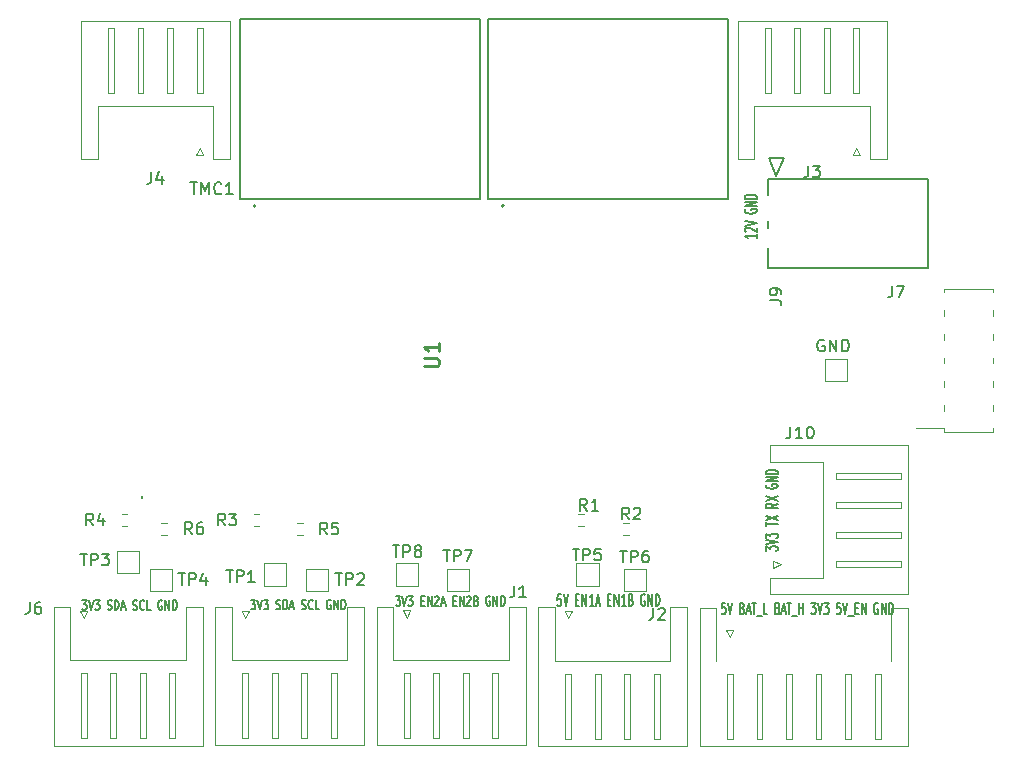
<source format=gbr>
%TF.GenerationSoftware,KiCad,Pcbnew,7.0.8*%
%TF.CreationDate,2024-06-04T12:59:23+12:00*%
%TF.ProjectId,FYP_P2_1,4659505f-5032-45f3-912e-6b696361645f,rev?*%
%TF.SameCoordinates,Original*%
%TF.FileFunction,Legend,Top*%
%TF.FilePolarity,Positive*%
%FSLAX46Y46*%
G04 Gerber Fmt 4.6, Leading zero omitted, Abs format (unit mm)*
G04 Created by KiCad (PCBNEW 7.0.8) date 2024-06-04 12:59:23*
%MOMM*%
%LPD*%
G01*
G04 APERTURE LIST*
%ADD10C,0.150000*%
%ADD11C,0.254000*%
%ADD12C,0.120000*%
%ADD13C,0.200000*%
%ADD14C,0.152400*%
%ADD15C,0.127000*%
G04 APERTURE END LIST*
D10*
X121864398Y-102546295D02*
X122235826Y-102546295D01*
X122235826Y-102546295D02*
X122035826Y-102851057D01*
X122035826Y-102851057D02*
X122121541Y-102851057D01*
X122121541Y-102851057D02*
X122178684Y-102889152D01*
X122178684Y-102889152D02*
X122207255Y-102927247D01*
X122207255Y-102927247D02*
X122235826Y-103003438D01*
X122235826Y-103003438D02*
X122235826Y-103193914D01*
X122235826Y-103193914D02*
X122207255Y-103270104D01*
X122207255Y-103270104D02*
X122178684Y-103308200D01*
X122178684Y-103308200D02*
X122121541Y-103346295D01*
X122121541Y-103346295D02*
X121950112Y-103346295D01*
X121950112Y-103346295D02*
X121892969Y-103308200D01*
X121892969Y-103308200D02*
X121864398Y-103270104D01*
X122407255Y-102546295D02*
X122607255Y-103346295D01*
X122607255Y-103346295D02*
X122807255Y-102546295D01*
X122950113Y-102546295D02*
X123321541Y-102546295D01*
X123321541Y-102546295D02*
X123121541Y-102851057D01*
X123121541Y-102851057D02*
X123207256Y-102851057D01*
X123207256Y-102851057D02*
X123264399Y-102889152D01*
X123264399Y-102889152D02*
X123292970Y-102927247D01*
X123292970Y-102927247D02*
X123321541Y-103003438D01*
X123321541Y-103003438D02*
X123321541Y-103193914D01*
X123321541Y-103193914D02*
X123292970Y-103270104D01*
X123292970Y-103270104D02*
X123264399Y-103308200D01*
X123264399Y-103308200D02*
X123207256Y-103346295D01*
X123207256Y-103346295D02*
X123035827Y-103346295D01*
X123035827Y-103346295D02*
X122978684Y-103308200D01*
X122978684Y-103308200D02*
X122950113Y-103270104D01*
X124007256Y-103308200D02*
X124092971Y-103346295D01*
X124092971Y-103346295D02*
X124235828Y-103346295D01*
X124235828Y-103346295D02*
X124292971Y-103308200D01*
X124292971Y-103308200D02*
X124321542Y-103270104D01*
X124321542Y-103270104D02*
X124350113Y-103193914D01*
X124350113Y-103193914D02*
X124350113Y-103117723D01*
X124350113Y-103117723D02*
X124321542Y-103041533D01*
X124321542Y-103041533D02*
X124292971Y-103003438D01*
X124292971Y-103003438D02*
X124235828Y-102965342D01*
X124235828Y-102965342D02*
X124121542Y-102927247D01*
X124121542Y-102927247D02*
X124064399Y-102889152D01*
X124064399Y-102889152D02*
X124035828Y-102851057D01*
X124035828Y-102851057D02*
X124007256Y-102774866D01*
X124007256Y-102774866D02*
X124007256Y-102698676D01*
X124007256Y-102698676D02*
X124035828Y-102622485D01*
X124035828Y-102622485D02*
X124064399Y-102584390D01*
X124064399Y-102584390D02*
X124121542Y-102546295D01*
X124121542Y-102546295D02*
X124264399Y-102546295D01*
X124264399Y-102546295D02*
X124350113Y-102584390D01*
X124607257Y-103346295D02*
X124607257Y-102546295D01*
X124607257Y-102546295D02*
X124750114Y-102546295D01*
X124750114Y-102546295D02*
X124835828Y-102584390D01*
X124835828Y-102584390D02*
X124892971Y-102660580D01*
X124892971Y-102660580D02*
X124921542Y-102736771D01*
X124921542Y-102736771D02*
X124950114Y-102889152D01*
X124950114Y-102889152D02*
X124950114Y-103003438D01*
X124950114Y-103003438D02*
X124921542Y-103155819D01*
X124921542Y-103155819D02*
X124892971Y-103232009D01*
X124892971Y-103232009D02*
X124835828Y-103308200D01*
X124835828Y-103308200D02*
X124750114Y-103346295D01*
X124750114Y-103346295D02*
X124607257Y-103346295D01*
X125178685Y-103117723D02*
X125464400Y-103117723D01*
X125121542Y-103346295D02*
X125321542Y-102546295D01*
X125321542Y-102546295D02*
X125521542Y-103346295D01*
X126150114Y-103308200D02*
X126235829Y-103346295D01*
X126235829Y-103346295D02*
X126378686Y-103346295D01*
X126378686Y-103346295D02*
X126435829Y-103308200D01*
X126435829Y-103308200D02*
X126464400Y-103270104D01*
X126464400Y-103270104D02*
X126492971Y-103193914D01*
X126492971Y-103193914D02*
X126492971Y-103117723D01*
X126492971Y-103117723D02*
X126464400Y-103041533D01*
X126464400Y-103041533D02*
X126435829Y-103003438D01*
X126435829Y-103003438D02*
X126378686Y-102965342D01*
X126378686Y-102965342D02*
X126264400Y-102927247D01*
X126264400Y-102927247D02*
X126207257Y-102889152D01*
X126207257Y-102889152D02*
X126178686Y-102851057D01*
X126178686Y-102851057D02*
X126150114Y-102774866D01*
X126150114Y-102774866D02*
X126150114Y-102698676D01*
X126150114Y-102698676D02*
X126178686Y-102622485D01*
X126178686Y-102622485D02*
X126207257Y-102584390D01*
X126207257Y-102584390D02*
X126264400Y-102546295D01*
X126264400Y-102546295D02*
X126407257Y-102546295D01*
X126407257Y-102546295D02*
X126492971Y-102584390D01*
X127092972Y-103270104D02*
X127064400Y-103308200D01*
X127064400Y-103308200D02*
X126978686Y-103346295D01*
X126978686Y-103346295D02*
X126921543Y-103346295D01*
X126921543Y-103346295D02*
X126835829Y-103308200D01*
X126835829Y-103308200D02*
X126778686Y-103232009D01*
X126778686Y-103232009D02*
X126750115Y-103155819D01*
X126750115Y-103155819D02*
X126721543Y-103003438D01*
X126721543Y-103003438D02*
X126721543Y-102889152D01*
X126721543Y-102889152D02*
X126750115Y-102736771D01*
X126750115Y-102736771D02*
X126778686Y-102660580D01*
X126778686Y-102660580D02*
X126835829Y-102584390D01*
X126835829Y-102584390D02*
X126921543Y-102546295D01*
X126921543Y-102546295D02*
X126978686Y-102546295D01*
X126978686Y-102546295D02*
X127064400Y-102584390D01*
X127064400Y-102584390D02*
X127092972Y-102622485D01*
X127635829Y-103346295D02*
X127350115Y-103346295D01*
X127350115Y-103346295D02*
X127350115Y-102546295D01*
X128607257Y-102584390D02*
X128550115Y-102546295D01*
X128550115Y-102546295D02*
X128464400Y-102546295D01*
X128464400Y-102546295D02*
X128378686Y-102584390D01*
X128378686Y-102584390D02*
X128321543Y-102660580D01*
X128321543Y-102660580D02*
X128292972Y-102736771D01*
X128292972Y-102736771D02*
X128264400Y-102889152D01*
X128264400Y-102889152D02*
X128264400Y-103003438D01*
X128264400Y-103003438D02*
X128292972Y-103155819D01*
X128292972Y-103155819D02*
X128321543Y-103232009D01*
X128321543Y-103232009D02*
X128378686Y-103308200D01*
X128378686Y-103308200D02*
X128464400Y-103346295D01*
X128464400Y-103346295D02*
X128521543Y-103346295D01*
X128521543Y-103346295D02*
X128607257Y-103308200D01*
X128607257Y-103308200D02*
X128635829Y-103270104D01*
X128635829Y-103270104D02*
X128635829Y-103003438D01*
X128635829Y-103003438D02*
X128521543Y-103003438D01*
X128892972Y-103346295D02*
X128892972Y-102546295D01*
X128892972Y-102546295D02*
X129235829Y-103346295D01*
X129235829Y-103346295D02*
X129235829Y-102546295D01*
X129521543Y-103346295D02*
X129521543Y-102546295D01*
X129521543Y-102546295D02*
X129664400Y-102546295D01*
X129664400Y-102546295D02*
X129750114Y-102584390D01*
X129750114Y-102584390D02*
X129807257Y-102660580D01*
X129807257Y-102660580D02*
X129835828Y-102736771D01*
X129835828Y-102736771D02*
X129864400Y-102889152D01*
X129864400Y-102889152D02*
X129864400Y-103003438D01*
X129864400Y-103003438D02*
X129835828Y-103155819D01*
X129835828Y-103155819D02*
X129807257Y-103232009D01*
X129807257Y-103232009D02*
X129750114Y-103308200D01*
X129750114Y-103308200D02*
X129664400Y-103346295D01*
X129664400Y-103346295D02*
X129521543Y-103346295D01*
X136141898Y-102528295D02*
X136513326Y-102528295D01*
X136513326Y-102528295D02*
X136313326Y-102833057D01*
X136313326Y-102833057D02*
X136399041Y-102833057D01*
X136399041Y-102833057D02*
X136456184Y-102871152D01*
X136456184Y-102871152D02*
X136484755Y-102909247D01*
X136484755Y-102909247D02*
X136513326Y-102985438D01*
X136513326Y-102985438D02*
X136513326Y-103175914D01*
X136513326Y-103175914D02*
X136484755Y-103252104D01*
X136484755Y-103252104D02*
X136456184Y-103290200D01*
X136456184Y-103290200D02*
X136399041Y-103328295D01*
X136399041Y-103328295D02*
X136227612Y-103328295D01*
X136227612Y-103328295D02*
X136170469Y-103290200D01*
X136170469Y-103290200D02*
X136141898Y-103252104D01*
X136684755Y-102528295D02*
X136884755Y-103328295D01*
X136884755Y-103328295D02*
X137084755Y-102528295D01*
X137227613Y-102528295D02*
X137599041Y-102528295D01*
X137599041Y-102528295D02*
X137399041Y-102833057D01*
X137399041Y-102833057D02*
X137484756Y-102833057D01*
X137484756Y-102833057D02*
X137541899Y-102871152D01*
X137541899Y-102871152D02*
X137570470Y-102909247D01*
X137570470Y-102909247D02*
X137599041Y-102985438D01*
X137599041Y-102985438D02*
X137599041Y-103175914D01*
X137599041Y-103175914D02*
X137570470Y-103252104D01*
X137570470Y-103252104D02*
X137541899Y-103290200D01*
X137541899Y-103290200D02*
X137484756Y-103328295D01*
X137484756Y-103328295D02*
X137313327Y-103328295D01*
X137313327Y-103328295D02*
X137256184Y-103290200D01*
X137256184Y-103290200D02*
X137227613Y-103252104D01*
X138284756Y-103290200D02*
X138370471Y-103328295D01*
X138370471Y-103328295D02*
X138513328Y-103328295D01*
X138513328Y-103328295D02*
X138570471Y-103290200D01*
X138570471Y-103290200D02*
X138599042Y-103252104D01*
X138599042Y-103252104D02*
X138627613Y-103175914D01*
X138627613Y-103175914D02*
X138627613Y-103099723D01*
X138627613Y-103099723D02*
X138599042Y-103023533D01*
X138599042Y-103023533D02*
X138570471Y-102985438D01*
X138570471Y-102985438D02*
X138513328Y-102947342D01*
X138513328Y-102947342D02*
X138399042Y-102909247D01*
X138399042Y-102909247D02*
X138341899Y-102871152D01*
X138341899Y-102871152D02*
X138313328Y-102833057D01*
X138313328Y-102833057D02*
X138284756Y-102756866D01*
X138284756Y-102756866D02*
X138284756Y-102680676D01*
X138284756Y-102680676D02*
X138313328Y-102604485D01*
X138313328Y-102604485D02*
X138341899Y-102566390D01*
X138341899Y-102566390D02*
X138399042Y-102528295D01*
X138399042Y-102528295D02*
X138541899Y-102528295D01*
X138541899Y-102528295D02*
X138627613Y-102566390D01*
X138884757Y-103328295D02*
X138884757Y-102528295D01*
X138884757Y-102528295D02*
X139027614Y-102528295D01*
X139027614Y-102528295D02*
X139113328Y-102566390D01*
X139113328Y-102566390D02*
X139170471Y-102642580D01*
X139170471Y-102642580D02*
X139199042Y-102718771D01*
X139199042Y-102718771D02*
X139227614Y-102871152D01*
X139227614Y-102871152D02*
X139227614Y-102985438D01*
X139227614Y-102985438D02*
X139199042Y-103137819D01*
X139199042Y-103137819D02*
X139170471Y-103214009D01*
X139170471Y-103214009D02*
X139113328Y-103290200D01*
X139113328Y-103290200D02*
X139027614Y-103328295D01*
X139027614Y-103328295D02*
X138884757Y-103328295D01*
X139456185Y-103099723D02*
X139741900Y-103099723D01*
X139399042Y-103328295D02*
X139599042Y-102528295D01*
X139599042Y-102528295D02*
X139799042Y-103328295D01*
X140427614Y-103290200D02*
X140513329Y-103328295D01*
X140513329Y-103328295D02*
X140656186Y-103328295D01*
X140656186Y-103328295D02*
X140713329Y-103290200D01*
X140713329Y-103290200D02*
X140741900Y-103252104D01*
X140741900Y-103252104D02*
X140770471Y-103175914D01*
X140770471Y-103175914D02*
X140770471Y-103099723D01*
X140770471Y-103099723D02*
X140741900Y-103023533D01*
X140741900Y-103023533D02*
X140713329Y-102985438D01*
X140713329Y-102985438D02*
X140656186Y-102947342D01*
X140656186Y-102947342D02*
X140541900Y-102909247D01*
X140541900Y-102909247D02*
X140484757Y-102871152D01*
X140484757Y-102871152D02*
X140456186Y-102833057D01*
X140456186Y-102833057D02*
X140427614Y-102756866D01*
X140427614Y-102756866D02*
X140427614Y-102680676D01*
X140427614Y-102680676D02*
X140456186Y-102604485D01*
X140456186Y-102604485D02*
X140484757Y-102566390D01*
X140484757Y-102566390D02*
X140541900Y-102528295D01*
X140541900Y-102528295D02*
X140684757Y-102528295D01*
X140684757Y-102528295D02*
X140770471Y-102566390D01*
X141370472Y-103252104D02*
X141341900Y-103290200D01*
X141341900Y-103290200D02*
X141256186Y-103328295D01*
X141256186Y-103328295D02*
X141199043Y-103328295D01*
X141199043Y-103328295D02*
X141113329Y-103290200D01*
X141113329Y-103290200D02*
X141056186Y-103214009D01*
X141056186Y-103214009D02*
X141027615Y-103137819D01*
X141027615Y-103137819D02*
X140999043Y-102985438D01*
X140999043Y-102985438D02*
X140999043Y-102871152D01*
X140999043Y-102871152D02*
X141027615Y-102718771D01*
X141027615Y-102718771D02*
X141056186Y-102642580D01*
X141056186Y-102642580D02*
X141113329Y-102566390D01*
X141113329Y-102566390D02*
X141199043Y-102528295D01*
X141199043Y-102528295D02*
X141256186Y-102528295D01*
X141256186Y-102528295D02*
X141341900Y-102566390D01*
X141341900Y-102566390D02*
X141370472Y-102604485D01*
X141913329Y-103328295D02*
X141627615Y-103328295D01*
X141627615Y-103328295D02*
X141627615Y-102528295D01*
X142884757Y-102566390D02*
X142827615Y-102528295D01*
X142827615Y-102528295D02*
X142741900Y-102528295D01*
X142741900Y-102528295D02*
X142656186Y-102566390D01*
X142656186Y-102566390D02*
X142599043Y-102642580D01*
X142599043Y-102642580D02*
X142570472Y-102718771D01*
X142570472Y-102718771D02*
X142541900Y-102871152D01*
X142541900Y-102871152D02*
X142541900Y-102985438D01*
X142541900Y-102985438D02*
X142570472Y-103137819D01*
X142570472Y-103137819D02*
X142599043Y-103214009D01*
X142599043Y-103214009D02*
X142656186Y-103290200D01*
X142656186Y-103290200D02*
X142741900Y-103328295D01*
X142741900Y-103328295D02*
X142799043Y-103328295D01*
X142799043Y-103328295D02*
X142884757Y-103290200D01*
X142884757Y-103290200D02*
X142913329Y-103252104D01*
X142913329Y-103252104D02*
X142913329Y-102985438D01*
X142913329Y-102985438D02*
X142799043Y-102985438D01*
X143170472Y-103328295D02*
X143170472Y-102528295D01*
X143170472Y-102528295D02*
X143513329Y-103328295D01*
X143513329Y-103328295D02*
X143513329Y-102528295D01*
X143799043Y-103328295D02*
X143799043Y-102528295D01*
X143799043Y-102528295D02*
X143941900Y-102528295D01*
X143941900Y-102528295D02*
X144027614Y-102566390D01*
X144027614Y-102566390D02*
X144084757Y-102642580D01*
X144084757Y-102642580D02*
X144113328Y-102718771D01*
X144113328Y-102718771D02*
X144141900Y-102871152D01*
X144141900Y-102871152D02*
X144141900Y-102985438D01*
X144141900Y-102985438D02*
X144113328Y-103137819D01*
X144113328Y-103137819D02*
X144084757Y-103214009D01*
X144084757Y-103214009D02*
X144027614Y-103290200D01*
X144027614Y-103290200D02*
X143941900Y-103328295D01*
X143941900Y-103328295D02*
X143799043Y-103328295D01*
X178939819Y-71580173D02*
X178939819Y-71923030D01*
X178939819Y-71751601D02*
X177939819Y-71751601D01*
X177939819Y-71751601D02*
X178082676Y-71808744D01*
X178082676Y-71808744D02*
X178177914Y-71865887D01*
X178177914Y-71865887D02*
X178225533Y-71923030D01*
X178035057Y-71351601D02*
X177987438Y-71323029D01*
X177987438Y-71323029D02*
X177939819Y-71265887D01*
X177939819Y-71265887D02*
X177939819Y-71123029D01*
X177939819Y-71123029D02*
X177987438Y-71065887D01*
X177987438Y-71065887D02*
X178035057Y-71037315D01*
X178035057Y-71037315D02*
X178130295Y-71008744D01*
X178130295Y-71008744D02*
X178225533Y-71008744D01*
X178225533Y-71008744D02*
X178368390Y-71037315D01*
X178368390Y-71037315D02*
X178939819Y-71380172D01*
X178939819Y-71380172D02*
X178939819Y-71008744D01*
X177939819Y-70837315D02*
X178939819Y-70637315D01*
X178939819Y-70637315D02*
X177939819Y-70437315D01*
X177987438Y-69465886D02*
X177939819Y-69523029D01*
X177939819Y-69523029D02*
X177939819Y-69608743D01*
X177939819Y-69608743D02*
X177987438Y-69694457D01*
X177987438Y-69694457D02*
X178082676Y-69751600D01*
X178082676Y-69751600D02*
X178177914Y-69780171D01*
X178177914Y-69780171D02*
X178368390Y-69808743D01*
X178368390Y-69808743D02*
X178511247Y-69808743D01*
X178511247Y-69808743D02*
X178701723Y-69780171D01*
X178701723Y-69780171D02*
X178796961Y-69751600D01*
X178796961Y-69751600D02*
X178892200Y-69694457D01*
X178892200Y-69694457D02*
X178939819Y-69608743D01*
X178939819Y-69608743D02*
X178939819Y-69551600D01*
X178939819Y-69551600D02*
X178892200Y-69465886D01*
X178892200Y-69465886D02*
X178844580Y-69437314D01*
X178844580Y-69437314D02*
X178511247Y-69437314D01*
X178511247Y-69437314D02*
X178511247Y-69551600D01*
X178939819Y-69180171D02*
X177939819Y-69180171D01*
X177939819Y-69180171D02*
X178939819Y-68837314D01*
X178939819Y-68837314D02*
X177939819Y-68837314D01*
X178939819Y-68551600D02*
X177939819Y-68551600D01*
X177939819Y-68551600D02*
X177939819Y-68408743D01*
X177939819Y-68408743D02*
X177987438Y-68323029D01*
X177987438Y-68323029D02*
X178082676Y-68265886D01*
X178082676Y-68265886D02*
X178177914Y-68237315D01*
X178177914Y-68237315D02*
X178368390Y-68208743D01*
X178368390Y-68208743D02*
X178511247Y-68208743D01*
X178511247Y-68208743D02*
X178701723Y-68237315D01*
X178701723Y-68237315D02*
X178796961Y-68265886D01*
X178796961Y-68265886D02*
X178892200Y-68323029D01*
X178892200Y-68323029D02*
X178939819Y-68408743D01*
X178939819Y-68408743D02*
X178939819Y-68551600D01*
X162399755Y-102029819D02*
X162114041Y-102029819D01*
X162114041Y-102029819D02*
X162085469Y-102506009D01*
X162085469Y-102506009D02*
X162114041Y-102458390D01*
X162114041Y-102458390D02*
X162171184Y-102410771D01*
X162171184Y-102410771D02*
X162314041Y-102410771D01*
X162314041Y-102410771D02*
X162371184Y-102458390D01*
X162371184Y-102458390D02*
X162399755Y-102506009D01*
X162399755Y-102506009D02*
X162428326Y-102601247D01*
X162428326Y-102601247D02*
X162428326Y-102839342D01*
X162428326Y-102839342D02*
X162399755Y-102934580D01*
X162399755Y-102934580D02*
X162371184Y-102982200D01*
X162371184Y-102982200D02*
X162314041Y-103029819D01*
X162314041Y-103029819D02*
X162171184Y-103029819D01*
X162171184Y-103029819D02*
X162114041Y-102982200D01*
X162114041Y-102982200D02*
X162085469Y-102934580D01*
X162599755Y-102029819D02*
X162799755Y-103029819D01*
X162799755Y-103029819D02*
X162999755Y-102029819D01*
X163656899Y-102506009D02*
X163856899Y-102506009D01*
X163942613Y-103029819D02*
X163656899Y-103029819D01*
X163656899Y-103029819D02*
X163656899Y-102029819D01*
X163656899Y-102029819D02*
X163942613Y-102029819D01*
X164199756Y-103029819D02*
X164199756Y-102029819D01*
X164199756Y-102029819D02*
X164542613Y-103029819D01*
X164542613Y-103029819D02*
X164542613Y-102029819D01*
X165142612Y-103029819D02*
X164799755Y-103029819D01*
X164971184Y-103029819D02*
X164971184Y-102029819D01*
X164971184Y-102029819D02*
X164914041Y-102172676D01*
X164914041Y-102172676D02*
X164856898Y-102267914D01*
X164856898Y-102267914D02*
X164799755Y-102315533D01*
X165371184Y-102744104D02*
X165656899Y-102744104D01*
X165314041Y-103029819D02*
X165514041Y-102029819D01*
X165514041Y-102029819D02*
X165714041Y-103029819D01*
X166371185Y-102506009D02*
X166571185Y-102506009D01*
X166656899Y-103029819D02*
X166371185Y-103029819D01*
X166371185Y-103029819D02*
X166371185Y-102029819D01*
X166371185Y-102029819D02*
X166656899Y-102029819D01*
X166914042Y-103029819D02*
X166914042Y-102029819D01*
X166914042Y-102029819D02*
X167256899Y-103029819D01*
X167256899Y-103029819D02*
X167256899Y-102029819D01*
X167856898Y-103029819D02*
X167514041Y-103029819D01*
X167685470Y-103029819D02*
X167685470Y-102029819D01*
X167685470Y-102029819D02*
X167628327Y-102172676D01*
X167628327Y-102172676D02*
X167571184Y-102267914D01*
X167571184Y-102267914D02*
X167514041Y-102315533D01*
X168314042Y-102506009D02*
X168399756Y-102553628D01*
X168399756Y-102553628D02*
X168428327Y-102601247D01*
X168428327Y-102601247D02*
X168456899Y-102696485D01*
X168456899Y-102696485D02*
X168456899Y-102839342D01*
X168456899Y-102839342D02*
X168428327Y-102934580D01*
X168428327Y-102934580D02*
X168399756Y-102982200D01*
X168399756Y-102982200D02*
X168342613Y-103029819D01*
X168342613Y-103029819D02*
X168114042Y-103029819D01*
X168114042Y-103029819D02*
X168114042Y-102029819D01*
X168114042Y-102029819D02*
X168314042Y-102029819D01*
X168314042Y-102029819D02*
X168371185Y-102077438D01*
X168371185Y-102077438D02*
X168399756Y-102125057D01*
X168399756Y-102125057D02*
X168428327Y-102220295D01*
X168428327Y-102220295D02*
X168428327Y-102315533D01*
X168428327Y-102315533D02*
X168399756Y-102410771D01*
X168399756Y-102410771D02*
X168371185Y-102458390D01*
X168371185Y-102458390D02*
X168314042Y-102506009D01*
X168314042Y-102506009D02*
X168114042Y-102506009D01*
X169485470Y-102077438D02*
X169428328Y-102029819D01*
X169428328Y-102029819D02*
X169342613Y-102029819D01*
X169342613Y-102029819D02*
X169256899Y-102077438D01*
X169256899Y-102077438D02*
X169199756Y-102172676D01*
X169199756Y-102172676D02*
X169171185Y-102267914D01*
X169171185Y-102267914D02*
X169142613Y-102458390D01*
X169142613Y-102458390D02*
X169142613Y-102601247D01*
X169142613Y-102601247D02*
X169171185Y-102791723D01*
X169171185Y-102791723D02*
X169199756Y-102886961D01*
X169199756Y-102886961D02*
X169256899Y-102982200D01*
X169256899Y-102982200D02*
X169342613Y-103029819D01*
X169342613Y-103029819D02*
X169399756Y-103029819D01*
X169399756Y-103029819D02*
X169485470Y-102982200D01*
X169485470Y-102982200D02*
X169514042Y-102934580D01*
X169514042Y-102934580D02*
X169514042Y-102601247D01*
X169514042Y-102601247D02*
X169399756Y-102601247D01*
X169771185Y-103029819D02*
X169771185Y-102029819D01*
X169771185Y-102029819D02*
X170114042Y-103029819D01*
X170114042Y-103029819D02*
X170114042Y-102029819D01*
X170399756Y-103029819D02*
X170399756Y-102029819D01*
X170399756Y-102029819D02*
X170542613Y-102029819D01*
X170542613Y-102029819D02*
X170628327Y-102077438D01*
X170628327Y-102077438D02*
X170685470Y-102172676D01*
X170685470Y-102172676D02*
X170714041Y-102267914D01*
X170714041Y-102267914D02*
X170742613Y-102458390D01*
X170742613Y-102458390D02*
X170742613Y-102601247D01*
X170742613Y-102601247D02*
X170714041Y-102791723D01*
X170714041Y-102791723D02*
X170685470Y-102886961D01*
X170685470Y-102886961D02*
X170628327Y-102982200D01*
X170628327Y-102982200D02*
X170542613Y-103029819D01*
X170542613Y-103029819D02*
X170399756Y-103029819D01*
X176295255Y-102755819D02*
X176009541Y-102755819D01*
X176009541Y-102755819D02*
X175980969Y-103232009D01*
X175980969Y-103232009D02*
X176009541Y-103184390D01*
X176009541Y-103184390D02*
X176066684Y-103136771D01*
X176066684Y-103136771D02*
X176209541Y-103136771D01*
X176209541Y-103136771D02*
X176266684Y-103184390D01*
X176266684Y-103184390D02*
X176295255Y-103232009D01*
X176295255Y-103232009D02*
X176323826Y-103327247D01*
X176323826Y-103327247D02*
X176323826Y-103565342D01*
X176323826Y-103565342D02*
X176295255Y-103660580D01*
X176295255Y-103660580D02*
X176266684Y-103708200D01*
X176266684Y-103708200D02*
X176209541Y-103755819D01*
X176209541Y-103755819D02*
X176066684Y-103755819D01*
X176066684Y-103755819D02*
X176009541Y-103708200D01*
X176009541Y-103708200D02*
X175980969Y-103660580D01*
X176495255Y-102755819D02*
X176695255Y-103755819D01*
X176695255Y-103755819D02*
X176895255Y-102755819D01*
X177752399Y-103232009D02*
X177838113Y-103279628D01*
X177838113Y-103279628D02*
X177866684Y-103327247D01*
X177866684Y-103327247D02*
X177895256Y-103422485D01*
X177895256Y-103422485D02*
X177895256Y-103565342D01*
X177895256Y-103565342D02*
X177866684Y-103660580D01*
X177866684Y-103660580D02*
X177838113Y-103708200D01*
X177838113Y-103708200D02*
X177780970Y-103755819D01*
X177780970Y-103755819D02*
X177552399Y-103755819D01*
X177552399Y-103755819D02*
X177552399Y-102755819D01*
X177552399Y-102755819D02*
X177752399Y-102755819D01*
X177752399Y-102755819D02*
X177809542Y-102803438D01*
X177809542Y-102803438D02*
X177838113Y-102851057D01*
X177838113Y-102851057D02*
X177866684Y-102946295D01*
X177866684Y-102946295D02*
X177866684Y-103041533D01*
X177866684Y-103041533D02*
X177838113Y-103136771D01*
X177838113Y-103136771D02*
X177809542Y-103184390D01*
X177809542Y-103184390D02*
X177752399Y-103232009D01*
X177752399Y-103232009D02*
X177552399Y-103232009D01*
X178123827Y-103470104D02*
X178409542Y-103470104D01*
X178066684Y-103755819D02*
X178266684Y-102755819D01*
X178266684Y-102755819D02*
X178466684Y-103755819D01*
X178580970Y-102755819D02*
X178923828Y-102755819D01*
X178752399Y-103755819D02*
X178752399Y-102755819D01*
X178980971Y-103851057D02*
X179438113Y-103851057D01*
X179866685Y-103755819D02*
X179580971Y-103755819D01*
X179580971Y-103755819D02*
X179580971Y-102755819D01*
X180723828Y-103232009D02*
X180809542Y-103279628D01*
X180809542Y-103279628D02*
X180838113Y-103327247D01*
X180838113Y-103327247D02*
X180866685Y-103422485D01*
X180866685Y-103422485D02*
X180866685Y-103565342D01*
X180866685Y-103565342D02*
X180838113Y-103660580D01*
X180838113Y-103660580D02*
X180809542Y-103708200D01*
X180809542Y-103708200D02*
X180752399Y-103755819D01*
X180752399Y-103755819D02*
X180523828Y-103755819D01*
X180523828Y-103755819D02*
X180523828Y-102755819D01*
X180523828Y-102755819D02*
X180723828Y-102755819D01*
X180723828Y-102755819D02*
X180780971Y-102803438D01*
X180780971Y-102803438D02*
X180809542Y-102851057D01*
X180809542Y-102851057D02*
X180838113Y-102946295D01*
X180838113Y-102946295D02*
X180838113Y-103041533D01*
X180838113Y-103041533D02*
X180809542Y-103136771D01*
X180809542Y-103136771D02*
X180780971Y-103184390D01*
X180780971Y-103184390D02*
X180723828Y-103232009D01*
X180723828Y-103232009D02*
X180523828Y-103232009D01*
X181095256Y-103470104D02*
X181380971Y-103470104D01*
X181038113Y-103755819D02*
X181238113Y-102755819D01*
X181238113Y-102755819D02*
X181438113Y-103755819D01*
X181552399Y-102755819D02*
X181895257Y-102755819D01*
X181723828Y-103755819D02*
X181723828Y-102755819D01*
X181952400Y-103851057D02*
X182409542Y-103851057D01*
X182552400Y-103755819D02*
X182552400Y-102755819D01*
X182552400Y-103232009D02*
X182895257Y-103232009D01*
X182895257Y-103755819D02*
X182895257Y-102755819D01*
X183580971Y-102755819D02*
X183952399Y-102755819D01*
X183952399Y-102755819D02*
X183752399Y-103136771D01*
X183752399Y-103136771D02*
X183838114Y-103136771D01*
X183838114Y-103136771D02*
X183895257Y-103184390D01*
X183895257Y-103184390D02*
X183923828Y-103232009D01*
X183923828Y-103232009D02*
X183952399Y-103327247D01*
X183952399Y-103327247D02*
X183952399Y-103565342D01*
X183952399Y-103565342D02*
X183923828Y-103660580D01*
X183923828Y-103660580D02*
X183895257Y-103708200D01*
X183895257Y-103708200D02*
X183838114Y-103755819D01*
X183838114Y-103755819D02*
X183666685Y-103755819D01*
X183666685Y-103755819D02*
X183609542Y-103708200D01*
X183609542Y-103708200D02*
X183580971Y-103660580D01*
X184123828Y-102755819D02*
X184323828Y-103755819D01*
X184323828Y-103755819D02*
X184523828Y-102755819D01*
X184666686Y-102755819D02*
X185038114Y-102755819D01*
X185038114Y-102755819D02*
X184838114Y-103136771D01*
X184838114Y-103136771D02*
X184923829Y-103136771D01*
X184923829Y-103136771D02*
X184980972Y-103184390D01*
X184980972Y-103184390D02*
X185009543Y-103232009D01*
X185009543Y-103232009D02*
X185038114Y-103327247D01*
X185038114Y-103327247D02*
X185038114Y-103565342D01*
X185038114Y-103565342D02*
X185009543Y-103660580D01*
X185009543Y-103660580D02*
X184980972Y-103708200D01*
X184980972Y-103708200D02*
X184923829Y-103755819D01*
X184923829Y-103755819D02*
X184752400Y-103755819D01*
X184752400Y-103755819D02*
X184695257Y-103708200D01*
X184695257Y-103708200D02*
X184666686Y-103660580D01*
X186038115Y-102755819D02*
X185752401Y-102755819D01*
X185752401Y-102755819D02*
X185723829Y-103232009D01*
X185723829Y-103232009D02*
X185752401Y-103184390D01*
X185752401Y-103184390D02*
X185809544Y-103136771D01*
X185809544Y-103136771D02*
X185952401Y-103136771D01*
X185952401Y-103136771D02*
X186009544Y-103184390D01*
X186009544Y-103184390D02*
X186038115Y-103232009D01*
X186038115Y-103232009D02*
X186066686Y-103327247D01*
X186066686Y-103327247D02*
X186066686Y-103565342D01*
X186066686Y-103565342D02*
X186038115Y-103660580D01*
X186038115Y-103660580D02*
X186009544Y-103708200D01*
X186009544Y-103708200D02*
X185952401Y-103755819D01*
X185952401Y-103755819D02*
X185809544Y-103755819D01*
X185809544Y-103755819D02*
X185752401Y-103708200D01*
X185752401Y-103708200D02*
X185723829Y-103660580D01*
X186238115Y-102755819D02*
X186438115Y-103755819D01*
X186438115Y-103755819D02*
X186638115Y-102755819D01*
X186695259Y-103851057D02*
X187152401Y-103851057D01*
X187295259Y-103232009D02*
X187495259Y-103232009D01*
X187580973Y-103755819D02*
X187295259Y-103755819D01*
X187295259Y-103755819D02*
X187295259Y-102755819D01*
X187295259Y-102755819D02*
X187580973Y-102755819D01*
X187838116Y-103755819D02*
X187838116Y-102755819D01*
X187838116Y-102755819D02*
X188180973Y-103755819D01*
X188180973Y-103755819D02*
X188180973Y-102755819D01*
X189238115Y-102803438D02*
X189180973Y-102755819D01*
X189180973Y-102755819D02*
X189095258Y-102755819D01*
X189095258Y-102755819D02*
X189009544Y-102803438D01*
X189009544Y-102803438D02*
X188952401Y-102898676D01*
X188952401Y-102898676D02*
X188923830Y-102993914D01*
X188923830Y-102993914D02*
X188895258Y-103184390D01*
X188895258Y-103184390D02*
X188895258Y-103327247D01*
X188895258Y-103327247D02*
X188923830Y-103517723D01*
X188923830Y-103517723D02*
X188952401Y-103612961D01*
X188952401Y-103612961D02*
X189009544Y-103708200D01*
X189009544Y-103708200D02*
X189095258Y-103755819D01*
X189095258Y-103755819D02*
X189152401Y-103755819D01*
X189152401Y-103755819D02*
X189238115Y-103708200D01*
X189238115Y-103708200D02*
X189266687Y-103660580D01*
X189266687Y-103660580D02*
X189266687Y-103327247D01*
X189266687Y-103327247D02*
X189152401Y-103327247D01*
X189523830Y-103755819D02*
X189523830Y-102755819D01*
X189523830Y-102755819D02*
X189866687Y-103755819D01*
X189866687Y-103755819D02*
X189866687Y-102755819D01*
X190152401Y-103755819D02*
X190152401Y-102755819D01*
X190152401Y-102755819D02*
X190295258Y-102755819D01*
X190295258Y-102755819D02*
X190380972Y-102803438D01*
X190380972Y-102803438D02*
X190438115Y-102898676D01*
X190438115Y-102898676D02*
X190466686Y-102993914D01*
X190466686Y-102993914D02*
X190495258Y-103184390D01*
X190495258Y-103184390D02*
X190495258Y-103327247D01*
X190495258Y-103327247D02*
X190466686Y-103517723D01*
X190466686Y-103517723D02*
X190438115Y-103612961D01*
X190438115Y-103612961D02*
X190380972Y-103708200D01*
X190380972Y-103708200D02*
X190295258Y-103755819D01*
X190295258Y-103755819D02*
X190152401Y-103755819D01*
X179717819Y-98367601D02*
X179717819Y-97996173D01*
X179717819Y-97996173D02*
X180098771Y-98196173D01*
X180098771Y-98196173D02*
X180098771Y-98110458D01*
X180098771Y-98110458D02*
X180146390Y-98053316D01*
X180146390Y-98053316D02*
X180194009Y-98024744D01*
X180194009Y-98024744D02*
X180289247Y-97996173D01*
X180289247Y-97996173D02*
X180527342Y-97996173D01*
X180527342Y-97996173D02*
X180622580Y-98024744D01*
X180622580Y-98024744D02*
X180670200Y-98053316D01*
X180670200Y-98053316D02*
X180717819Y-98110458D01*
X180717819Y-98110458D02*
X180717819Y-98281887D01*
X180717819Y-98281887D02*
X180670200Y-98339030D01*
X180670200Y-98339030D02*
X180622580Y-98367601D01*
X179717819Y-97824744D02*
X180717819Y-97624744D01*
X180717819Y-97624744D02*
X179717819Y-97424744D01*
X179717819Y-97281886D02*
X179717819Y-96910458D01*
X179717819Y-96910458D02*
X180098771Y-97110458D01*
X180098771Y-97110458D02*
X180098771Y-97024743D01*
X180098771Y-97024743D02*
X180146390Y-96967601D01*
X180146390Y-96967601D02*
X180194009Y-96939029D01*
X180194009Y-96939029D02*
X180289247Y-96910458D01*
X180289247Y-96910458D02*
X180527342Y-96910458D01*
X180527342Y-96910458D02*
X180622580Y-96939029D01*
X180622580Y-96939029D02*
X180670200Y-96967601D01*
X180670200Y-96967601D02*
X180717819Y-97024743D01*
X180717819Y-97024743D02*
X180717819Y-97196172D01*
X180717819Y-97196172D02*
X180670200Y-97253315D01*
X180670200Y-97253315D02*
X180622580Y-97281886D01*
X179717819Y-96281886D02*
X179717819Y-95939029D01*
X180717819Y-96110457D02*
X179717819Y-96110457D01*
X179717819Y-95796171D02*
X180717819Y-95396171D01*
X179717819Y-95396171D02*
X180717819Y-95796171D01*
X180717819Y-94367599D02*
X180241628Y-94567599D01*
X180717819Y-94710456D02*
X179717819Y-94710456D01*
X179717819Y-94710456D02*
X179717819Y-94481885D01*
X179717819Y-94481885D02*
X179765438Y-94424742D01*
X179765438Y-94424742D02*
X179813057Y-94396171D01*
X179813057Y-94396171D02*
X179908295Y-94367599D01*
X179908295Y-94367599D02*
X180051152Y-94367599D01*
X180051152Y-94367599D02*
X180146390Y-94396171D01*
X180146390Y-94396171D02*
X180194009Y-94424742D01*
X180194009Y-94424742D02*
X180241628Y-94481885D01*
X180241628Y-94481885D02*
X180241628Y-94710456D01*
X179717819Y-94167599D02*
X180717819Y-93767599D01*
X179717819Y-93767599D02*
X180717819Y-94167599D01*
X179765438Y-92767599D02*
X179717819Y-92824742D01*
X179717819Y-92824742D02*
X179717819Y-92910456D01*
X179717819Y-92910456D02*
X179765438Y-92996170D01*
X179765438Y-92996170D02*
X179860676Y-93053313D01*
X179860676Y-93053313D02*
X179955914Y-93081884D01*
X179955914Y-93081884D02*
X180146390Y-93110456D01*
X180146390Y-93110456D02*
X180289247Y-93110456D01*
X180289247Y-93110456D02*
X180479723Y-93081884D01*
X180479723Y-93081884D02*
X180574961Y-93053313D01*
X180574961Y-93053313D02*
X180670200Y-92996170D01*
X180670200Y-92996170D02*
X180717819Y-92910456D01*
X180717819Y-92910456D02*
X180717819Y-92853313D01*
X180717819Y-92853313D02*
X180670200Y-92767599D01*
X180670200Y-92767599D02*
X180622580Y-92739027D01*
X180622580Y-92739027D02*
X180289247Y-92739027D01*
X180289247Y-92739027D02*
X180289247Y-92853313D01*
X180717819Y-92481884D02*
X179717819Y-92481884D01*
X179717819Y-92481884D02*
X180717819Y-92139027D01*
X180717819Y-92139027D02*
X179717819Y-92139027D01*
X180717819Y-91853313D02*
X179717819Y-91853313D01*
X179717819Y-91853313D02*
X179717819Y-91710456D01*
X179717819Y-91710456D02*
X179765438Y-91624742D01*
X179765438Y-91624742D02*
X179860676Y-91567599D01*
X179860676Y-91567599D02*
X179955914Y-91539028D01*
X179955914Y-91539028D02*
X180146390Y-91510456D01*
X180146390Y-91510456D02*
X180289247Y-91510456D01*
X180289247Y-91510456D02*
X180479723Y-91539028D01*
X180479723Y-91539028D02*
X180574961Y-91567599D01*
X180574961Y-91567599D02*
X180670200Y-91624742D01*
X180670200Y-91624742D02*
X180717819Y-91710456D01*
X180717819Y-91710456D02*
X180717819Y-91853313D01*
X148379398Y-102200295D02*
X148750826Y-102200295D01*
X148750826Y-102200295D02*
X148550826Y-102505057D01*
X148550826Y-102505057D02*
X148636541Y-102505057D01*
X148636541Y-102505057D02*
X148693684Y-102543152D01*
X148693684Y-102543152D02*
X148722255Y-102581247D01*
X148722255Y-102581247D02*
X148750826Y-102657438D01*
X148750826Y-102657438D02*
X148750826Y-102847914D01*
X148750826Y-102847914D02*
X148722255Y-102924104D01*
X148722255Y-102924104D02*
X148693684Y-102962200D01*
X148693684Y-102962200D02*
X148636541Y-103000295D01*
X148636541Y-103000295D02*
X148465112Y-103000295D01*
X148465112Y-103000295D02*
X148407969Y-102962200D01*
X148407969Y-102962200D02*
X148379398Y-102924104D01*
X148922255Y-102200295D02*
X149122255Y-103000295D01*
X149122255Y-103000295D02*
X149322255Y-102200295D01*
X149465113Y-102200295D02*
X149836541Y-102200295D01*
X149836541Y-102200295D02*
X149636541Y-102505057D01*
X149636541Y-102505057D02*
X149722256Y-102505057D01*
X149722256Y-102505057D02*
X149779399Y-102543152D01*
X149779399Y-102543152D02*
X149807970Y-102581247D01*
X149807970Y-102581247D02*
X149836541Y-102657438D01*
X149836541Y-102657438D02*
X149836541Y-102847914D01*
X149836541Y-102847914D02*
X149807970Y-102924104D01*
X149807970Y-102924104D02*
X149779399Y-102962200D01*
X149779399Y-102962200D02*
X149722256Y-103000295D01*
X149722256Y-103000295D02*
X149550827Y-103000295D01*
X149550827Y-103000295D02*
X149493684Y-102962200D01*
X149493684Y-102962200D02*
X149465113Y-102924104D01*
X150550828Y-102581247D02*
X150750828Y-102581247D01*
X150836542Y-103000295D02*
X150550828Y-103000295D01*
X150550828Y-103000295D02*
X150550828Y-102200295D01*
X150550828Y-102200295D02*
X150836542Y-102200295D01*
X151093685Y-103000295D02*
X151093685Y-102200295D01*
X151093685Y-102200295D02*
X151436542Y-103000295D01*
X151436542Y-103000295D02*
X151436542Y-102200295D01*
X151693684Y-102276485D02*
X151722256Y-102238390D01*
X151722256Y-102238390D02*
X151779399Y-102200295D01*
X151779399Y-102200295D02*
X151922256Y-102200295D01*
X151922256Y-102200295D02*
X151979399Y-102238390D01*
X151979399Y-102238390D02*
X152007970Y-102276485D01*
X152007970Y-102276485D02*
X152036541Y-102352676D01*
X152036541Y-102352676D02*
X152036541Y-102428866D01*
X152036541Y-102428866D02*
X152007970Y-102543152D01*
X152007970Y-102543152D02*
X151665113Y-103000295D01*
X151665113Y-103000295D02*
X152036541Y-103000295D01*
X152265113Y-102771723D02*
X152550828Y-102771723D01*
X152207970Y-103000295D02*
X152407970Y-102200295D01*
X152407970Y-102200295D02*
X152607970Y-103000295D01*
X153265114Y-102581247D02*
X153465114Y-102581247D01*
X153550828Y-103000295D02*
X153265114Y-103000295D01*
X153265114Y-103000295D02*
X153265114Y-102200295D01*
X153265114Y-102200295D02*
X153550828Y-102200295D01*
X153807971Y-103000295D02*
X153807971Y-102200295D01*
X153807971Y-102200295D02*
X154150828Y-103000295D01*
X154150828Y-103000295D02*
X154150828Y-102200295D01*
X154407970Y-102276485D02*
X154436542Y-102238390D01*
X154436542Y-102238390D02*
X154493685Y-102200295D01*
X154493685Y-102200295D02*
X154636542Y-102200295D01*
X154636542Y-102200295D02*
X154693685Y-102238390D01*
X154693685Y-102238390D02*
X154722256Y-102276485D01*
X154722256Y-102276485D02*
X154750827Y-102352676D01*
X154750827Y-102352676D02*
X154750827Y-102428866D01*
X154750827Y-102428866D02*
X154722256Y-102543152D01*
X154722256Y-102543152D02*
X154379399Y-103000295D01*
X154379399Y-103000295D02*
X154750827Y-103000295D01*
X155207971Y-102581247D02*
X155293685Y-102619342D01*
X155293685Y-102619342D02*
X155322256Y-102657438D01*
X155322256Y-102657438D02*
X155350828Y-102733628D01*
X155350828Y-102733628D02*
X155350828Y-102847914D01*
X155350828Y-102847914D02*
X155322256Y-102924104D01*
X155322256Y-102924104D02*
X155293685Y-102962200D01*
X155293685Y-102962200D02*
X155236542Y-103000295D01*
X155236542Y-103000295D02*
X155007971Y-103000295D01*
X155007971Y-103000295D02*
X155007971Y-102200295D01*
X155007971Y-102200295D02*
X155207971Y-102200295D01*
X155207971Y-102200295D02*
X155265114Y-102238390D01*
X155265114Y-102238390D02*
X155293685Y-102276485D01*
X155293685Y-102276485D02*
X155322256Y-102352676D01*
X155322256Y-102352676D02*
X155322256Y-102428866D01*
X155322256Y-102428866D02*
X155293685Y-102505057D01*
X155293685Y-102505057D02*
X155265114Y-102543152D01*
X155265114Y-102543152D02*
X155207971Y-102581247D01*
X155207971Y-102581247D02*
X155007971Y-102581247D01*
X156379399Y-102238390D02*
X156322257Y-102200295D01*
X156322257Y-102200295D02*
X156236542Y-102200295D01*
X156236542Y-102200295D02*
X156150828Y-102238390D01*
X156150828Y-102238390D02*
X156093685Y-102314580D01*
X156093685Y-102314580D02*
X156065114Y-102390771D01*
X156065114Y-102390771D02*
X156036542Y-102543152D01*
X156036542Y-102543152D02*
X156036542Y-102657438D01*
X156036542Y-102657438D02*
X156065114Y-102809819D01*
X156065114Y-102809819D02*
X156093685Y-102886009D01*
X156093685Y-102886009D02*
X156150828Y-102962200D01*
X156150828Y-102962200D02*
X156236542Y-103000295D01*
X156236542Y-103000295D02*
X156293685Y-103000295D01*
X156293685Y-103000295D02*
X156379399Y-102962200D01*
X156379399Y-102962200D02*
X156407971Y-102924104D01*
X156407971Y-102924104D02*
X156407971Y-102657438D01*
X156407971Y-102657438D02*
X156293685Y-102657438D01*
X156665114Y-103000295D02*
X156665114Y-102200295D01*
X156665114Y-102200295D02*
X157007971Y-103000295D01*
X157007971Y-103000295D02*
X157007971Y-102200295D01*
X157293685Y-103000295D02*
X157293685Y-102200295D01*
X157293685Y-102200295D02*
X157436542Y-102200295D01*
X157436542Y-102200295D02*
X157522256Y-102238390D01*
X157522256Y-102238390D02*
X157579399Y-102314580D01*
X157579399Y-102314580D02*
X157607970Y-102390771D01*
X157607970Y-102390771D02*
X157636542Y-102543152D01*
X157636542Y-102543152D02*
X157636542Y-102657438D01*
X157636542Y-102657438D02*
X157607970Y-102809819D01*
X157607970Y-102809819D02*
X157579399Y-102886009D01*
X157579399Y-102886009D02*
X157522256Y-102962200D01*
X157522256Y-102962200D02*
X157436542Y-103000295D01*
X157436542Y-103000295D02*
X157293685Y-103000295D01*
X117396666Y-102706819D02*
X117396666Y-103421104D01*
X117396666Y-103421104D02*
X117349047Y-103563961D01*
X117349047Y-103563961D02*
X117253809Y-103659200D01*
X117253809Y-103659200D02*
X117110952Y-103706819D01*
X117110952Y-103706819D02*
X117015714Y-103706819D01*
X118301428Y-102706819D02*
X118110952Y-102706819D01*
X118110952Y-102706819D02*
X118015714Y-102754438D01*
X118015714Y-102754438D02*
X117968095Y-102802057D01*
X117968095Y-102802057D02*
X117872857Y-102944914D01*
X117872857Y-102944914D02*
X117825238Y-103135390D01*
X117825238Y-103135390D02*
X117825238Y-103516342D01*
X117825238Y-103516342D02*
X117872857Y-103611580D01*
X117872857Y-103611580D02*
X117920476Y-103659200D01*
X117920476Y-103659200D02*
X118015714Y-103706819D01*
X118015714Y-103706819D02*
X118206190Y-103706819D01*
X118206190Y-103706819D02*
X118301428Y-103659200D01*
X118301428Y-103659200D02*
X118349047Y-103611580D01*
X118349047Y-103611580D02*
X118396666Y-103516342D01*
X118396666Y-103516342D02*
X118396666Y-103278247D01*
X118396666Y-103278247D02*
X118349047Y-103183009D01*
X118349047Y-103183009D02*
X118301428Y-103135390D01*
X118301428Y-103135390D02*
X118206190Y-103087771D01*
X118206190Y-103087771D02*
X118015714Y-103087771D01*
X118015714Y-103087771D02*
X117920476Y-103135390D01*
X117920476Y-103135390D02*
X117872857Y-103183009D01*
X117872857Y-103183009D02*
X117825238Y-103278247D01*
X133945333Y-96212819D02*
X133612000Y-95736628D01*
X133373905Y-96212819D02*
X133373905Y-95212819D01*
X133373905Y-95212819D02*
X133754857Y-95212819D01*
X133754857Y-95212819D02*
X133850095Y-95260438D01*
X133850095Y-95260438D02*
X133897714Y-95308057D01*
X133897714Y-95308057D02*
X133945333Y-95403295D01*
X133945333Y-95403295D02*
X133945333Y-95546152D01*
X133945333Y-95546152D02*
X133897714Y-95641390D01*
X133897714Y-95641390D02*
X133850095Y-95689009D01*
X133850095Y-95689009D02*
X133754857Y-95736628D01*
X133754857Y-95736628D02*
X133373905Y-95736628D01*
X134278667Y-95212819D02*
X134897714Y-95212819D01*
X134897714Y-95212819D02*
X134564381Y-95593771D01*
X134564381Y-95593771D02*
X134707238Y-95593771D01*
X134707238Y-95593771D02*
X134802476Y-95641390D01*
X134802476Y-95641390D02*
X134850095Y-95689009D01*
X134850095Y-95689009D02*
X134897714Y-95784247D01*
X134897714Y-95784247D02*
X134897714Y-96022342D01*
X134897714Y-96022342D02*
X134850095Y-96117580D01*
X134850095Y-96117580D02*
X134802476Y-96165200D01*
X134802476Y-96165200D02*
X134707238Y-96212819D01*
X134707238Y-96212819D02*
X134421524Y-96212819D01*
X134421524Y-96212819D02*
X134326286Y-96165200D01*
X134326286Y-96165200D02*
X134278667Y-96117580D01*
X170179166Y-103224819D02*
X170179166Y-103939104D01*
X170179166Y-103939104D02*
X170131547Y-104081961D01*
X170131547Y-104081961D02*
X170036309Y-104177200D01*
X170036309Y-104177200D02*
X169893452Y-104224819D01*
X169893452Y-104224819D02*
X169798214Y-104224819D01*
X170607738Y-103320057D02*
X170655357Y-103272438D01*
X170655357Y-103272438D02*
X170750595Y-103224819D01*
X170750595Y-103224819D02*
X170988690Y-103224819D01*
X170988690Y-103224819D02*
X171083928Y-103272438D01*
X171083928Y-103272438D02*
X171131547Y-103320057D01*
X171131547Y-103320057D02*
X171179166Y-103415295D01*
X171179166Y-103415295D02*
X171179166Y-103510533D01*
X171179166Y-103510533D02*
X171131547Y-103653390D01*
X171131547Y-103653390D02*
X170560119Y-104224819D01*
X170560119Y-104224819D02*
X171179166Y-104224819D01*
X158416666Y-101308819D02*
X158416666Y-102023104D01*
X158416666Y-102023104D02*
X158369047Y-102165961D01*
X158369047Y-102165961D02*
X158273809Y-102261200D01*
X158273809Y-102261200D02*
X158130952Y-102308819D01*
X158130952Y-102308819D02*
X158035714Y-102308819D01*
X159416666Y-102308819D02*
X158845238Y-102308819D01*
X159130952Y-102308819D02*
X159130952Y-101308819D01*
X159130952Y-101308819D02*
X159035714Y-101451676D01*
X159035714Y-101451676D02*
X158940476Y-101546914D01*
X158940476Y-101546914D02*
X158845238Y-101594533D01*
X152408095Y-98260819D02*
X152979523Y-98260819D01*
X152693809Y-99260819D02*
X152693809Y-98260819D01*
X153312857Y-99260819D02*
X153312857Y-98260819D01*
X153312857Y-98260819D02*
X153693809Y-98260819D01*
X153693809Y-98260819D02*
X153789047Y-98308438D01*
X153789047Y-98308438D02*
X153836666Y-98356057D01*
X153836666Y-98356057D02*
X153884285Y-98451295D01*
X153884285Y-98451295D02*
X153884285Y-98594152D01*
X153884285Y-98594152D02*
X153836666Y-98689390D01*
X153836666Y-98689390D02*
X153789047Y-98737009D01*
X153789047Y-98737009D02*
X153693809Y-98784628D01*
X153693809Y-98784628D02*
X153312857Y-98784628D01*
X154217619Y-98260819D02*
X154884285Y-98260819D01*
X154884285Y-98260819D02*
X154455714Y-99260819D01*
D11*
X150804318Y-82755619D02*
X151832413Y-82755619D01*
X151832413Y-82755619D02*
X151953365Y-82695142D01*
X151953365Y-82695142D02*
X152013842Y-82634666D01*
X152013842Y-82634666D02*
X152074318Y-82513714D01*
X152074318Y-82513714D02*
X152074318Y-82271809D01*
X152074318Y-82271809D02*
X152013842Y-82150857D01*
X152013842Y-82150857D02*
X151953365Y-82090380D01*
X151953365Y-82090380D02*
X151832413Y-82029904D01*
X151832413Y-82029904D02*
X150804318Y-82029904D01*
X152074318Y-80759904D02*
X152074318Y-81485619D01*
X152074318Y-81122762D02*
X150804318Y-81122762D01*
X150804318Y-81122762D02*
X150985746Y-81243714D01*
X150985746Y-81243714D02*
X151106699Y-81364666D01*
X151106699Y-81364666D02*
X151167175Y-81485619D01*
D10*
X163364903Y-98182819D02*
X163936331Y-98182819D01*
X163650617Y-99182819D02*
X163650617Y-98182819D01*
X164269665Y-99182819D02*
X164269665Y-98182819D01*
X164269665Y-98182819D02*
X164650617Y-98182819D01*
X164650617Y-98182819D02*
X164745855Y-98230438D01*
X164745855Y-98230438D02*
X164793474Y-98278057D01*
X164793474Y-98278057D02*
X164841093Y-98373295D01*
X164841093Y-98373295D02*
X164841093Y-98516152D01*
X164841093Y-98516152D02*
X164793474Y-98611390D01*
X164793474Y-98611390D02*
X164745855Y-98659009D01*
X164745855Y-98659009D02*
X164650617Y-98706628D01*
X164650617Y-98706628D02*
X164269665Y-98706628D01*
X165745855Y-98182819D02*
X165269665Y-98182819D01*
X165269665Y-98182819D02*
X165222046Y-98659009D01*
X165222046Y-98659009D02*
X165269665Y-98611390D01*
X165269665Y-98611390D02*
X165364903Y-98563771D01*
X165364903Y-98563771D02*
X165602998Y-98563771D01*
X165602998Y-98563771D02*
X165698236Y-98611390D01*
X165698236Y-98611390D02*
X165745855Y-98659009D01*
X165745855Y-98659009D02*
X165793474Y-98754247D01*
X165793474Y-98754247D02*
X165793474Y-98992342D01*
X165793474Y-98992342D02*
X165745855Y-99087580D01*
X165745855Y-99087580D02*
X165698236Y-99135200D01*
X165698236Y-99135200D02*
X165602998Y-99182819D01*
X165602998Y-99182819D02*
X165364903Y-99182819D01*
X165364903Y-99182819D02*
X165269665Y-99135200D01*
X165269665Y-99135200D02*
X165222046Y-99087580D01*
X190420666Y-75908819D02*
X190420666Y-76623104D01*
X190420666Y-76623104D02*
X190373047Y-76765961D01*
X190373047Y-76765961D02*
X190277809Y-76861200D01*
X190277809Y-76861200D02*
X190134952Y-76908819D01*
X190134952Y-76908819D02*
X190039714Y-76908819D01*
X190801619Y-75908819D02*
X191468285Y-75908819D01*
X191468285Y-75908819D02*
X191039714Y-76908819D01*
X180048819Y-77149333D02*
X180763104Y-77149333D01*
X180763104Y-77149333D02*
X180905961Y-77196952D01*
X180905961Y-77196952D02*
X181001200Y-77292190D01*
X181001200Y-77292190D02*
X181048819Y-77435047D01*
X181048819Y-77435047D02*
X181048819Y-77530285D01*
X181048819Y-76625523D02*
X181048819Y-76435047D01*
X181048819Y-76435047D02*
X181001200Y-76339809D01*
X181001200Y-76339809D02*
X180953580Y-76292190D01*
X180953580Y-76292190D02*
X180810723Y-76196952D01*
X180810723Y-76196952D02*
X180620247Y-76149333D01*
X180620247Y-76149333D02*
X180239295Y-76149333D01*
X180239295Y-76149333D02*
X180144057Y-76196952D01*
X180144057Y-76196952D02*
X180096438Y-76244571D01*
X180096438Y-76244571D02*
X180048819Y-76339809D01*
X180048819Y-76339809D02*
X180048819Y-76530285D01*
X180048819Y-76530285D02*
X180096438Y-76625523D01*
X180096438Y-76625523D02*
X180144057Y-76673142D01*
X180144057Y-76673142D02*
X180239295Y-76720761D01*
X180239295Y-76720761D02*
X180477390Y-76720761D01*
X180477390Y-76720761D02*
X180572628Y-76673142D01*
X180572628Y-76673142D02*
X180620247Y-76625523D01*
X180620247Y-76625523D02*
X180667866Y-76530285D01*
X180667866Y-76530285D02*
X180667866Y-76339809D01*
X180667866Y-76339809D02*
X180620247Y-76244571D01*
X180620247Y-76244571D02*
X180572628Y-76196952D01*
X180572628Y-76196952D02*
X180477390Y-76149333D01*
X168152333Y-95703819D02*
X167819000Y-95227628D01*
X167580905Y-95703819D02*
X167580905Y-94703819D01*
X167580905Y-94703819D02*
X167961857Y-94703819D01*
X167961857Y-94703819D02*
X168057095Y-94751438D01*
X168057095Y-94751438D02*
X168104714Y-94799057D01*
X168104714Y-94799057D02*
X168152333Y-94894295D01*
X168152333Y-94894295D02*
X168152333Y-95037152D01*
X168152333Y-95037152D02*
X168104714Y-95132390D01*
X168104714Y-95132390D02*
X168057095Y-95180009D01*
X168057095Y-95180009D02*
X167961857Y-95227628D01*
X167961857Y-95227628D02*
X167580905Y-95227628D01*
X168533286Y-94799057D02*
X168580905Y-94751438D01*
X168580905Y-94751438D02*
X168676143Y-94703819D01*
X168676143Y-94703819D02*
X168914238Y-94703819D01*
X168914238Y-94703819D02*
X169009476Y-94751438D01*
X169009476Y-94751438D02*
X169057095Y-94799057D01*
X169057095Y-94799057D02*
X169104714Y-94894295D01*
X169104714Y-94894295D02*
X169104714Y-94989533D01*
X169104714Y-94989533D02*
X169057095Y-95132390D01*
X169057095Y-95132390D02*
X168485667Y-95703819D01*
X168485667Y-95703819D02*
X169104714Y-95703819D01*
X129988095Y-100254819D02*
X130559523Y-100254819D01*
X130273809Y-101254819D02*
X130273809Y-100254819D01*
X130892857Y-101254819D02*
X130892857Y-100254819D01*
X130892857Y-100254819D02*
X131273809Y-100254819D01*
X131273809Y-100254819D02*
X131369047Y-100302438D01*
X131369047Y-100302438D02*
X131416666Y-100350057D01*
X131416666Y-100350057D02*
X131464285Y-100445295D01*
X131464285Y-100445295D02*
X131464285Y-100588152D01*
X131464285Y-100588152D02*
X131416666Y-100683390D01*
X131416666Y-100683390D02*
X131369047Y-100731009D01*
X131369047Y-100731009D02*
X131273809Y-100778628D01*
X131273809Y-100778628D02*
X130892857Y-100778628D01*
X132321428Y-100588152D02*
X132321428Y-101254819D01*
X132083333Y-100207200D02*
X131845238Y-100921485D01*
X131845238Y-100921485D02*
X132464285Y-100921485D01*
X131008667Y-67176819D02*
X131580095Y-67176819D01*
X131294381Y-68176819D02*
X131294381Y-67176819D01*
X131913429Y-68176819D02*
X131913429Y-67176819D01*
X131913429Y-67176819D02*
X132246762Y-67891104D01*
X132246762Y-67891104D02*
X132580095Y-67176819D01*
X132580095Y-67176819D02*
X132580095Y-68176819D01*
X133627714Y-68081580D02*
X133580095Y-68129200D01*
X133580095Y-68129200D02*
X133437238Y-68176819D01*
X133437238Y-68176819D02*
X133342000Y-68176819D01*
X133342000Y-68176819D02*
X133199143Y-68129200D01*
X133199143Y-68129200D02*
X133103905Y-68033961D01*
X133103905Y-68033961D02*
X133056286Y-67938723D01*
X133056286Y-67938723D02*
X133008667Y-67748247D01*
X133008667Y-67748247D02*
X133008667Y-67605390D01*
X133008667Y-67605390D02*
X133056286Y-67414914D01*
X133056286Y-67414914D02*
X133103905Y-67319676D01*
X133103905Y-67319676D02*
X133199143Y-67224438D01*
X133199143Y-67224438D02*
X133342000Y-67176819D01*
X133342000Y-67176819D02*
X133437238Y-67176819D01*
X133437238Y-67176819D02*
X133580095Y-67224438D01*
X133580095Y-67224438D02*
X133627714Y-67272057D01*
X134580095Y-68176819D02*
X134008667Y-68176819D01*
X134294381Y-68176819D02*
X134294381Y-67176819D01*
X134294381Y-67176819D02*
X134199143Y-67319676D01*
X134199143Y-67319676D02*
X134103905Y-67414914D01*
X134103905Y-67414914D02*
X134008667Y-67462533D01*
X131151333Y-96953819D02*
X130818000Y-96477628D01*
X130579905Y-96953819D02*
X130579905Y-95953819D01*
X130579905Y-95953819D02*
X130960857Y-95953819D01*
X130960857Y-95953819D02*
X131056095Y-96001438D01*
X131056095Y-96001438D02*
X131103714Y-96049057D01*
X131103714Y-96049057D02*
X131151333Y-96144295D01*
X131151333Y-96144295D02*
X131151333Y-96287152D01*
X131151333Y-96287152D02*
X131103714Y-96382390D01*
X131103714Y-96382390D02*
X131056095Y-96430009D01*
X131056095Y-96430009D02*
X130960857Y-96477628D01*
X130960857Y-96477628D02*
X130579905Y-96477628D01*
X132008476Y-95953819D02*
X131818000Y-95953819D01*
X131818000Y-95953819D02*
X131722762Y-96001438D01*
X131722762Y-96001438D02*
X131675143Y-96049057D01*
X131675143Y-96049057D02*
X131579905Y-96191914D01*
X131579905Y-96191914D02*
X131532286Y-96382390D01*
X131532286Y-96382390D02*
X131532286Y-96763342D01*
X131532286Y-96763342D02*
X131579905Y-96858580D01*
X131579905Y-96858580D02*
X131627524Y-96906200D01*
X131627524Y-96906200D02*
X131722762Y-96953819D01*
X131722762Y-96953819D02*
X131913238Y-96953819D01*
X131913238Y-96953819D02*
X132008476Y-96906200D01*
X132008476Y-96906200D02*
X132056095Y-96858580D01*
X132056095Y-96858580D02*
X132103714Y-96763342D01*
X132103714Y-96763342D02*
X132103714Y-96525247D01*
X132103714Y-96525247D02*
X132056095Y-96430009D01*
X132056095Y-96430009D02*
X132008476Y-96382390D01*
X132008476Y-96382390D02*
X131913238Y-96334771D01*
X131913238Y-96334771D02*
X131722762Y-96334771D01*
X131722762Y-96334771D02*
X131627524Y-96382390D01*
X131627524Y-96382390D02*
X131579905Y-96430009D01*
X131579905Y-96430009D02*
X131532286Y-96525247D01*
X164592333Y-94962819D02*
X164259000Y-94486628D01*
X164020905Y-94962819D02*
X164020905Y-93962819D01*
X164020905Y-93962819D02*
X164401857Y-93962819D01*
X164401857Y-93962819D02*
X164497095Y-94010438D01*
X164497095Y-94010438D02*
X164544714Y-94058057D01*
X164544714Y-94058057D02*
X164592333Y-94153295D01*
X164592333Y-94153295D02*
X164592333Y-94296152D01*
X164592333Y-94296152D02*
X164544714Y-94391390D01*
X164544714Y-94391390D02*
X164497095Y-94439009D01*
X164497095Y-94439009D02*
X164401857Y-94486628D01*
X164401857Y-94486628D02*
X164020905Y-94486628D01*
X165544714Y-94962819D02*
X164973286Y-94962819D01*
X165259000Y-94962819D02*
X165259000Y-93962819D01*
X165259000Y-93962819D02*
X165163762Y-94105676D01*
X165163762Y-94105676D02*
X165068524Y-94200914D01*
X165068524Y-94200914D02*
X164973286Y-94248533D01*
X181816476Y-87846819D02*
X181816476Y-88561104D01*
X181816476Y-88561104D02*
X181768857Y-88703961D01*
X181768857Y-88703961D02*
X181673619Y-88799200D01*
X181673619Y-88799200D02*
X181530762Y-88846819D01*
X181530762Y-88846819D02*
X181435524Y-88846819D01*
X182816476Y-88846819D02*
X182245048Y-88846819D01*
X182530762Y-88846819D02*
X182530762Y-87846819D01*
X182530762Y-87846819D02*
X182435524Y-87989676D01*
X182435524Y-87989676D02*
X182340286Y-88084914D01*
X182340286Y-88084914D02*
X182245048Y-88132533D01*
X183435524Y-87846819D02*
X183530762Y-87846819D01*
X183530762Y-87846819D02*
X183626000Y-87894438D01*
X183626000Y-87894438D02*
X183673619Y-87942057D01*
X183673619Y-87942057D02*
X183721238Y-88037295D01*
X183721238Y-88037295D02*
X183768857Y-88227771D01*
X183768857Y-88227771D02*
X183768857Y-88465866D01*
X183768857Y-88465866D02*
X183721238Y-88656342D01*
X183721238Y-88656342D02*
X183673619Y-88751580D01*
X183673619Y-88751580D02*
X183626000Y-88799200D01*
X183626000Y-88799200D02*
X183530762Y-88846819D01*
X183530762Y-88846819D02*
X183435524Y-88846819D01*
X183435524Y-88846819D02*
X183340286Y-88799200D01*
X183340286Y-88799200D02*
X183292667Y-88751580D01*
X183292667Y-88751580D02*
X183245048Y-88656342D01*
X183245048Y-88656342D02*
X183197429Y-88465866D01*
X183197429Y-88465866D02*
X183197429Y-88227771D01*
X183197429Y-88227771D02*
X183245048Y-88037295D01*
X183245048Y-88037295D02*
X183292667Y-87942057D01*
X183292667Y-87942057D02*
X183340286Y-87894438D01*
X183340286Y-87894438D02*
X183435524Y-87846819D01*
X122769333Y-96212819D02*
X122436000Y-95736628D01*
X122197905Y-96212819D02*
X122197905Y-95212819D01*
X122197905Y-95212819D02*
X122578857Y-95212819D01*
X122578857Y-95212819D02*
X122674095Y-95260438D01*
X122674095Y-95260438D02*
X122721714Y-95308057D01*
X122721714Y-95308057D02*
X122769333Y-95403295D01*
X122769333Y-95403295D02*
X122769333Y-95546152D01*
X122769333Y-95546152D02*
X122721714Y-95641390D01*
X122721714Y-95641390D02*
X122674095Y-95689009D01*
X122674095Y-95689009D02*
X122578857Y-95736628D01*
X122578857Y-95736628D02*
X122197905Y-95736628D01*
X123626476Y-95546152D02*
X123626476Y-96212819D01*
X123388381Y-95165200D02*
X123150286Y-95879485D01*
X123150286Y-95879485D02*
X123769333Y-95879485D01*
X167388095Y-98354819D02*
X167959523Y-98354819D01*
X167673809Y-99354819D02*
X167673809Y-98354819D01*
X168292857Y-99354819D02*
X168292857Y-98354819D01*
X168292857Y-98354819D02*
X168673809Y-98354819D01*
X168673809Y-98354819D02*
X168769047Y-98402438D01*
X168769047Y-98402438D02*
X168816666Y-98450057D01*
X168816666Y-98450057D02*
X168864285Y-98545295D01*
X168864285Y-98545295D02*
X168864285Y-98688152D01*
X168864285Y-98688152D02*
X168816666Y-98783390D01*
X168816666Y-98783390D02*
X168769047Y-98831009D01*
X168769047Y-98831009D02*
X168673809Y-98878628D01*
X168673809Y-98878628D02*
X168292857Y-98878628D01*
X169721428Y-98354819D02*
X169530952Y-98354819D01*
X169530952Y-98354819D02*
X169435714Y-98402438D01*
X169435714Y-98402438D02*
X169388095Y-98450057D01*
X169388095Y-98450057D02*
X169292857Y-98592914D01*
X169292857Y-98592914D02*
X169245238Y-98783390D01*
X169245238Y-98783390D02*
X169245238Y-99164342D01*
X169245238Y-99164342D02*
X169292857Y-99259580D01*
X169292857Y-99259580D02*
X169340476Y-99307200D01*
X169340476Y-99307200D02*
X169435714Y-99354819D01*
X169435714Y-99354819D02*
X169626190Y-99354819D01*
X169626190Y-99354819D02*
X169721428Y-99307200D01*
X169721428Y-99307200D02*
X169769047Y-99259580D01*
X169769047Y-99259580D02*
X169816666Y-99164342D01*
X169816666Y-99164342D02*
X169816666Y-98926247D01*
X169816666Y-98926247D02*
X169769047Y-98831009D01*
X169769047Y-98831009D02*
X169721428Y-98783390D01*
X169721428Y-98783390D02*
X169626190Y-98735771D01*
X169626190Y-98735771D02*
X169435714Y-98735771D01*
X169435714Y-98735771D02*
X169340476Y-98783390D01*
X169340476Y-98783390D02*
X169292857Y-98831009D01*
X169292857Y-98831009D02*
X169245238Y-98926247D01*
X121688095Y-98604819D02*
X122259523Y-98604819D01*
X121973809Y-99604819D02*
X121973809Y-98604819D01*
X122592857Y-99604819D02*
X122592857Y-98604819D01*
X122592857Y-98604819D02*
X122973809Y-98604819D01*
X122973809Y-98604819D02*
X123069047Y-98652438D01*
X123069047Y-98652438D02*
X123116666Y-98700057D01*
X123116666Y-98700057D02*
X123164285Y-98795295D01*
X123164285Y-98795295D02*
X123164285Y-98938152D01*
X123164285Y-98938152D02*
X123116666Y-99033390D01*
X123116666Y-99033390D02*
X123069047Y-99081009D01*
X123069047Y-99081009D02*
X122973809Y-99128628D01*
X122973809Y-99128628D02*
X122592857Y-99128628D01*
X123497619Y-98604819D02*
X124116666Y-98604819D01*
X124116666Y-98604819D02*
X123783333Y-98985771D01*
X123783333Y-98985771D02*
X123926190Y-98985771D01*
X123926190Y-98985771D02*
X124021428Y-99033390D01*
X124021428Y-99033390D02*
X124069047Y-99081009D01*
X124069047Y-99081009D02*
X124116666Y-99176247D01*
X124116666Y-99176247D02*
X124116666Y-99414342D01*
X124116666Y-99414342D02*
X124069047Y-99509580D01*
X124069047Y-99509580D02*
X124021428Y-99557200D01*
X124021428Y-99557200D02*
X123926190Y-99604819D01*
X123926190Y-99604819D02*
X123640476Y-99604819D01*
X123640476Y-99604819D02*
X123545238Y-99557200D01*
X123545238Y-99557200D02*
X123497619Y-99509580D01*
X143288095Y-100254819D02*
X143859523Y-100254819D01*
X143573809Y-101254819D02*
X143573809Y-100254819D01*
X144192857Y-101254819D02*
X144192857Y-100254819D01*
X144192857Y-100254819D02*
X144573809Y-100254819D01*
X144573809Y-100254819D02*
X144669047Y-100302438D01*
X144669047Y-100302438D02*
X144716666Y-100350057D01*
X144716666Y-100350057D02*
X144764285Y-100445295D01*
X144764285Y-100445295D02*
X144764285Y-100588152D01*
X144764285Y-100588152D02*
X144716666Y-100683390D01*
X144716666Y-100683390D02*
X144669047Y-100731009D01*
X144669047Y-100731009D02*
X144573809Y-100778628D01*
X144573809Y-100778628D02*
X144192857Y-100778628D01*
X145145238Y-100350057D02*
X145192857Y-100302438D01*
X145192857Y-100302438D02*
X145288095Y-100254819D01*
X145288095Y-100254819D02*
X145526190Y-100254819D01*
X145526190Y-100254819D02*
X145621428Y-100302438D01*
X145621428Y-100302438D02*
X145669047Y-100350057D01*
X145669047Y-100350057D02*
X145716666Y-100445295D01*
X145716666Y-100445295D02*
X145716666Y-100540533D01*
X145716666Y-100540533D02*
X145669047Y-100683390D01*
X145669047Y-100683390D02*
X145097619Y-101254819D01*
X145097619Y-101254819D02*
X145716666Y-101254819D01*
X148138095Y-97904819D02*
X148709523Y-97904819D01*
X148423809Y-98904819D02*
X148423809Y-97904819D01*
X149042857Y-98904819D02*
X149042857Y-97904819D01*
X149042857Y-97904819D02*
X149423809Y-97904819D01*
X149423809Y-97904819D02*
X149519047Y-97952438D01*
X149519047Y-97952438D02*
X149566666Y-98000057D01*
X149566666Y-98000057D02*
X149614285Y-98095295D01*
X149614285Y-98095295D02*
X149614285Y-98238152D01*
X149614285Y-98238152D02*
X149566666Y-98333390D01*
X149566666Y-98333390D02*
X149519047Y-98381009D01*
X149519047Y-98381009D02*
X149423809Y-98428628D01*
X149423809Y-98428628D02*
X149042857Y-98428628D01*
X150185714Y-98333390D02*
X150090476Y-98285771D01*
X150090476Y-98285771D02*
X150042857Y-98238152D01*
X150042857Y-98238152D02*
X149995238Y-98142914D01*
X149995238Y-98142914D02*
X149995238Y-98095295D01*
X149995238Y-98095295D02*
X150042857Y-98000057D01*
X150042857Y-98000057D02*
X150090476Y-97952438D01*
X150090476Y-97952438D02*
X150185714Y-97904819D01*
X150185714Y-97904819D02*
X150376190Y-97904819D01*
X150376190Y-97904819D02*
X150471428Y-97952438D01*
X150471428Y-97952438D02*
X150519047Y-98000057D01*
X150519047Y-98000057D02*
X150566666Y-98095295D01*
X150566666Y-98095295D02*
X150566666Y-98142914D01*
X150566666Y-98142914D02*
X150519047Y-98238152D01*
X150519047Y-98238152D02*
X150471428Y-98285771D01*
X150471428Y-98285771D02*
X150376190Y-98333390D01*
X150376190Y-98333390D02*
X150185714Y-98333390D01*
X150185714Y-98333390D02*
X150090476Y-98381009D01*
X150090476Y-98381009D02*
X150042857Y-98428628D01*
X150042857Y-98428628D02*
X149995238Y-98523866D01*
X149995238Y-98523866D02*
X149995238Y-98714342D01*
X149995238Y-98714342D02*
X150042857Y-98809580D01*
X150042857Y-98809580D02*
X150090476Y-98857200D01*
X150090476Y-98857200D02*
X150185714Y-98904819D01*
X150185714Y-98904819D02*
X150376190Y-98904819D01*
X150376190Y-98904819D02*
X150471428Y-98857200D01*
X150471428Y-98857200D02*
X150519047Y-98809580D01*
X150519047Y-98809580D02*
X150566666Y-98714342D01*
X150566666Y-98714342D02*
X150566666Y-98523866D01*
X150566666Y-98523866D02*
X150519047Y-98428628D01*
X150519047Y-98428628D02*
X150471428Y-98381009D01*
X150471428Y-98381009D02*
X150376190Y-98333390D01*
X184658095Y-80528438D02*
X184562857Y-80480819D01*
X184562857Y-80480819D02*
X184420000Y-80480819D01*
X184420000Y-80480819D02*
X184277143Y-80528438D01*
X184277143Y-80528438D02*
X184181905Y-80623676D01*
X184181905Y-80623676D02*
X184134286Y-80718914D01*
X184134286Y-80718914D02*
X184086667Y-80909390D01*
X184086667Y-80909390D02*
X184086667Y-81052247D01*
X184086667Y-81052247D02*
X184134286Y-81242723D01*
X184134286Y-81242723D02*
X184181905Y-81337961D01*
X184181905Y-81337961D02*
X184277143Y-81433200D01*
X184277143Y-81433200D02*
X184420000Y-81480819D01*
X184420000Y-81480819D02*
X184515238Y-81480819D01*
X184515238Y-81480819D02*
X184658095Y-81433200D01*
X184658095Y-81433200D02*
X184705714Y-81385580D01*
X184705714Y-81385580D02*
X184705714Y-81052247D01*
X184705714Y-81052247D02*
X184515238Y-81052247D01*
X185134286Y-81480819D02*
X185134286Y-80480819D01*
X185134286Y-80480819D02*
X185705714Y-81480819D01*
X185705714Y-81480819D02*
X185705714Y-80480819D01*
X186181905Y-81480819D02*
X186181905Y-80480819D01*
X186181905Y-80480819D02*
X186420000Y-80480819D01*
X186420000Y-80480819D02*
X186562857Y-80528438D01*
X186562857Y-80528438D02*
X186658095Y-80623676D01*
X186658095Y-80623676D02*
X186705714Y-80718914D01*
X186705714Y-80718914D02*
X186753333Y-80909390D01*
X186753333Y-80909390D02*
X186753333Y-81052247D01*
X186753333Y-81052247D02*
X186705714Y-81242723D01*
X186705714Y-81242723D02*
X186658095Y-81337961D01*
X186658095Y-81337961D02*
X186562857Y-81433200D01*
X186562857Y-81433200D02*
X186420000Y-81480819D01*
X186420000Y-81480819D02*
X186181905Y-81480819D01*
X127702666Y-66294819D02*
X127702666Y-67009104D01*
X127702666Y-67009104D02*
X127655047Y-67151961D01*
X127655047Y-67151961D02*
X127559809Y-67247200D01*
X127559809Y-67247200D02*
X127416952Y-67294819D01*
X127416952Y-67294819D02*
X127321714Y-67294819D01*
X128607428Y-66628152D02*
X128607428Y-67294819D01*
X128369333Y-66247200D02*
X128131238Y-66961485D01*
X128131238Y-66961485D02*
X128750285Y-66961485D01*
X183308666Y-65744819D02*
X183308666Y-66459104D01*
X183308666Y-66459104D02*
X183261047Y-66601961D01*
X183261047Y-66601961D02*
X183165809Y-66697200D01*
X183165809Y-66697200D02*
X183022952Y-66744819D01*
X183022952Y-66744819D02*
X182927714Y-66744819D01*
X183689619Y-65744819D02*
X184308666Y-65744819D01*
X184308666Y-65744819D02*
X183975333Y-66125771D01*
X183975333Y-66125771D02*
X184118190Y-66125771D01*
X184118190Y-66125771D02*
X184213428Y-66173390D01*
X184213428Y-66173390D02*
X184261047Y-66221009D01*
X184261047Y-66221009D02*
X184308666Y-66316247D01*
X184308666Y-66316247D02*
X184308666Y-66554342D01*
X184308666Y-66554342D02*
X184261047Y-66649580D01*
X184261047Y-66649580D02*
X184213428Y-66697200D01*
X184213428Y-66697200D02*
X184118190Y-66744819D01*
X184118190Y-66744819D02*
X183832476Y-66744819D01*
X183832476Y-66744819D02*
X183737238Y-66697200D01*
X183737238Y-66697200D02*
X183689619Y-66649580D01*
X134038095Y-100004819D02*
X134609523Y-100004819D01*
X134323809Y-101004819D02*
X134323809Y-100004819D01*
X134942857Y-101004819D02*
X134942857Y-100004819D01*
X134942857Y-100004819D02*
X135323809Y-100004819D01*
X135323809Y-100004819D02*
X135419047Y-100052438D01*
X135419047Y-100052438D02*
X135466666Y-100100057D01*
X135466666Y-100100057D02*
X135514285Y-100195295D01*
X135514285Y-100195295D02*
X135514285Y-100338152D01*
X135514285Y-100338152D02*
X135466666Y-100433390D01*
X135466666Y-100433390D02*
X135419047Y-100481009D01*
X135419047Y-100481009D02*
X135323809Y-100528628D01*
X135323809Y-100528628D02*
X134942857Y-100528628D01*
X136466666Y-101004819D02*
X135895238Y-101004819D01*
X136180952Y-101004819D02*
X136180952Y-100004819D01*
X136180952Y-100004819D02*
X136085714Y-100147676D01*
X136085714Y-100147676D02*
X135990476Y-100242914D01*
X135990476Y-100242914D02*
X135895238Y-100290533D01*
X142581333Y-96974819D02*
X142248000Y-96498628D01*
X142009905Y-96974819D02*
X142009905Y-95974819D01*
X142009905Y-95974819D02*
X142390857Y-95974819D01*
X142390857Y-95974819D02*
X142486095Y-96022438D01*
X142486095Y-96022438D02*
X142533714Y-96070057D01*
X142533714Y-96070057D02*
X142581333Y-96165295D01*
X142581333Y-96165295D02*
X142581333Y-96308152D01*
X142581333Y-96308152D02*
X142533714Y-96403390D01*
X142533714Y-96403390D02*
X142486095Y-96451009D01*
X142486095Y-96451009D02*
X142390857Y-96498628D01*
X142390857Y-96498628D02*
X142009905Y-96498628D01*
X143486095Y-95974819D02*
X143009905Y-95974819D01*
X143009905Y-95974819D02*
X142962286Y-96451009D01*
X142962286Y-96451009D02*
X143009905Y-96403390D01*
X143009905Y-96403390D02*
X143105143Y-96355771D01*
X143105143Y-96355771D02*
X143343238Y-96355771D01*
X143343238Y-96355771D02*
X143438476Y-96403390D01*
X143438476Y-96403390D02*
X143486095Y-96451009D01*
X143486095Y-96451009D02*
X143533714Y-96546247D01*
X143533714Y-96546247D02*
X143533714Y-96784342D01*
X143533714Y-96784342D02*
X143486095Y-96879580D01*
X143486095Y-96879580D02*
X143438476Y-96927200D01*
X143438476Y-96927200D02*
X143343238Y-96974819D01*
X143343238Y-96974819D02*
X143105143Y-96974819D01*
X143105143Y-96974819D02*
X143009905Y-96927200D01*
X143009905Y-96927200D02*
X142962286Y-96879580D01*
D12*
%TO.C,J6*%
X119420000Y-103142000D02*
X120840000Y-103142000D01*
X119420000Y-114862000D02*
X119420000Y-103142000D01*
X120840000Y-103142000D02*
X120840000Y-107642000D01*
X120840000Y-107642000D02*
X125730000Y-107642000D01*
X121680000Y-103452000D02*
X122280000Y-103452000D01*
X121730000Y-108752000D02*
X121730000Y-114252000D01*
X121730000Y-114252000D02*
X122230000Y-114252000D01*
X121980000Y-104052000D02*
X121680000Y-103452000D01*
X122230000Y-108752000D02*
X121730000Y-108752000D01*
X122230000Y-114252000D02*
X122230000Y-108752000D01*
X122280000Y-103452000D02*
X121980000Y-104052000D01*
X124230000Y-108752000D02*
X124230000Y-114252000D01*
X124230000Y-114252000D02*
X124730000Y-114252000D01*
X124730000Y-108752000D02*
X124230000Y-108752000D01*
X124730000Y-114252000D02*
X124730000Y-108752000D01*
X125730000Y-114862000D02*
X119420000Y-114862000D01*
X125730000Y-114862000D02*
X132040000Y-114862000D01*
X126730000Y-108752000D02*
X126730000Y-114252000D01*
X126730000Y-114252000D02*
X127230000Y-114252000D01*
X127230000Y-108752000D02*
X126730000Y-108752000D01*
X127230000Y-114252000D02*
X127230000Y-108752000D01*
X129230000Y-108752000D02*
X129230000Y-114252000D01*
X129230000Y-114252000D02*
X129730000Y-114252000D01*
X129730000Y-108752000D02*
X129230000Y-108752000D01*
X129730000Y-114252000D02*
X129730000Y-108752000D01*
X130620000Y-103142000D02*
X130620000Y-107642000D01*
X130620000Y-107642000D02*
X125730000Y-107642000D01*
X132040000Y-103142000D02*
X130620000Y-103142000D01*
X132040000Y-114862000D02*
X132040000Y-103142000D01*
%TO.C,R3*%
X136826258Y-96280500D02*
X136351742Y-96280500D01*
X136826258Y-95235500D02*
X136351742Y-95235500D01*
%TO.C,J2*%
X160452500Y-103160000D02*
X161872500Y-103160000D01*
X160452500Y-114880000D02*
X160452500Y-103160000D01*
X161872500Y-103160000D02*
X161872500Y-107660000D01*
X161872500Y-107660000D02*
X166762500Y-107660000D01*
X162712500Y-103470000D02*
X163312500Y-103470000D01*
X162762500Y-108770000D02*
X162762500Y-114270000D01*
X162762500Y-114270000D02*
X163262500Y-114270000D01*
X163012500Y-104070000D02*
X162712500Y-103470000D01*
X163262500Y-108770000D02*
X162762500Y-108770000D01*
X163262500Y-114270000D02*
X163262500Y-108770000D01*
X163312500Y-103470000D02*
X163012500Y-104070000D01*
X165262500Y-108770000D02*
X165262500Y-114270000D01*
X165262500Y-114270000D02*
X165762500Y-114270000D01*
X165762500Y-108770000D02*
X165262500Y-108770000D01*
X165762500Y-114270000D02*
X165762500Y-108770000D01*
X166762500Y-114880000D02*
X160452500Y-114880000D01*
X166762500Y-114880000D02*
X173072500Y-114880000D01*
X167762500Y-108770000D02*
X167762500Y-114270000D01*
X167762500Y-114270000D02*
X168262500Y-114270000D01*
X168262500Y-108770000D02*
X167762500Y-108770000D01*
X168262500Y-114270000D02*
X168262500Y-108770000D01*
X170262500Y-108770000D02*
X170262500Y-114270000D01*
X170262500Y-114270000D02*
X170762500Y-114270000D01*
X170762500Y-108770000D02*
X170262500Y-108770000D01*
X170762500Y-114270000D02*
X170762500Y-108770000D01*
X171652500Y-103160000D02*
X171652500Y-107660000D01*
X171652500Y-107660000D02*
X166762500Y-107660000D01*
X173072500Y-103160000D02*
X171652500Y-103160000D01*
X173072500Y-114880000D02*
X173072500Y-103160000D01*
%TO.C,J1*%
X146775000Y-103106000D02*
X148195000Y-103106000D01*
X146775000Y-114826000D02*
X146775000Y-103106000D01*
X148195000Y-103106000D02*
X148195000Y-107606000D01*
X148195000Y-107606000D02*
X153085000Y-107606000D01*
X149035000Y-103416000D02*
X149635000Y-103416000D01*
X149085000Y-108716000D02*
X149085000Y-114216000D01*
X149085000Y-114216000D02*
X149585000Y-114216000D01*
X149335000Y-104016000D02*
X149035000Y-103416000D01*
X149585000Y-108716000D02*
X149085000Y-108716000D01*
X149585000Y-114216000D02*
X149585000Y-108716000D01*
X149635000Y-103416000D02*
X149335000Y-104016000D01*
X151585000Y-108716000D02*
X151585000Y-114216000D01*
X151585000Y-114216000D02*
X152085000Y-114216000D01*
X152085000Y-108716000D02*
X151585000Y-108716000D01*
X152085000Y-114216000D02*
X152085000Y-108716000D01*
X153085000Y-114826000D02*
X146775000Y-114826000D01*
X153085000Y-114826000D02*
X159395000Y-114826000D01*
X154085000Y-108716000D02*
X154085000Y-114216000D01*
X154085000Y-114216000D02*
X154585000Y-114216000D01*
X154585000Y-108716000D02*
X154085000Y-108716000D01*
X154585000Y-114216000D02*
X154585000Y-108716000D01*
X156585000Y-108716000D02*
X156585000Y-114216000D01*
X156585000Y-114216000D02*
X157085000Y-114216000D01*
X157085000Y-108716000D02*
X156585000Y-108716000D01*
X157085000Y-114216000D02*
X157085000Y-108716000D01*
X157975000Y-103106000D02*
X157975000Y-107606000D01*
X157975000Y-107606000D02*
X153085000Y-107606000D01*
X159395000Y-103106000D02*
X157975000Y-103106000D01*
X159395000Y-114826000D02*
X159395000Y-103106000D01*
%TO.C,TP7*%
X152720000Y-99888000D02*
X154620000Y-99888000D01*
X152720000Y-101788000D02*
X152720000Y-99888000D01*
X154620000Y-99888000D02*
X154620000Y-101788000D01*
X154620000Y-101788000D02*
X152720000Y-101788000D01*
D13*
%TO.C,U1*%
X126900000Y-93888000D02*
X126900000Y-93888000D01*
X126900000Y-93888000D02*
X126900000Y-93888000D01*
X126900000Y-93788000D02*
X126900000Y-93788000D01*
X126900000Y-93788000D02*
G75*
G03*
X126900000Y-93888000I0J-50000D01*
G01*
X126900000Y-93888000D02*
G75*
G03*
X126900000Y-93788000I0J50000D01*
G01*
X126900000Y-93888000D02*
G75*
G03*
X126900000Y-93788000I0J50000D01*
G01*
D12*
%TO.C,TP5*%
X163676808Y-99426000D02*
X165576808Y-99426000D01*
X163676808Y-101326000D02*
X163676808Y-99426000D01*
X165576808Y-99426000D02*
X165576808Y-101326000D01*
X165576808Y-101326000D02*
X163676808Y-101326000D01*
%TO.C,J7*%
X198935000Y-88310000D02*
X198935000Y-88010000D01*
X198935000Y-88310000D02*
X194815000Y-88310000D01*
X198935000Y-86490000D02*
X198935000Y-86010000D01*
X198935000Y-84490000D02*
X198935000Y-84010000D01*
X198935000Y-82490000D02*
X198935000Y-82010000D01*
X198935000Y-80490000D02*
X198935000Y-80010000D01*
X198935000Y-78490000D02*
X198935000Y-78010000D01*
X198935000Y-76490000D02*
X198935000Y-76190000D01*
X198935000Y-76190000D02*
X194815000Y-76190000D01*
X194815000Y-88310000D02*
X194815000Y-88010000D01*
X194815000Y-88010000D02*
X192435000Y-88010000D01*
X194815000Y-86490000D02*
X194815000Y-86010000D01*
X194815000Y-84490000D02*
X194815000Y-84010000D01*
X194815000Y-82490000D02*
X194815000Y-82010000D01*
X194815000Y-80490000D02*
X194815000Y-80010000D01*
X194815000Y-78490000D02*
X194815000Y-78010000D01*
X194815000Y-76490000D02*
X194815000Y-76190000D01*
D14*
%TO.C,J9*%
X179895000Y-74388342D02*
X193485001Y-74388342D01*
X193485001Y-74388342D02*
X193485001Y-66848358D01*
X179895000Y-72748125D02*
X179895000Y-74388342D01*
X179895000Y-70463390D02*
X179895000Y-71028575D01*
X179895000Y-66848358D02*
X179895000Y-68233310D01*
X193485001Y-66848358D02*
X179895000Y-66848358D01*
X180605001Y-66594358D02*
X181240001Y-65070358D01*
X179970001Y-65070358D02*
X180605001Y-66594358D01*
X181240001Y-65070358D02*
X179970001Y-65070358D01*
D12*
%TO.C,R2*%
X168131258Y-97021500D02*
X167656742Y-97021500D01*
X168131258Y-95976500D02*
X167656742Y-95976500D01*
%TO.C,J8*%
X174130000Y-103178000D02*
X175550000Y-103178000D01*
X174130000Y-114898000D02*
X174130000Y-103178000D01*
X175550000Y-103178000D02*
X175550000Y-107678000D01*
X176390000Y-105088000D02*
X176990000Y-105088000D01*
X176440000Y-108788000D02*
X176440000Y-114288000D01*
X176440000Y-114288000D02*
X176940000Y-114288000D01*
X176690000Y-105688000D02*
X176390000Y-105088000D01*
X176940000Y-108788000D02*
X176440000Y-108788000D01*
X176940000Y-114288000D02*
X176940000Y-108788000D01*
X176990000Y-105088000D02*
X176690000Y-105688000D01*
X178940000Y-108788000D02*
X178940000Y-114288000D01*
X178940000Y-114288000D02*
X179440000Y-114288000D01*
X179440000Y-108788000D02*
X178940000Y-108788000D01*
X179440000Y-114288000D02*
X179440000Y-108788000D01*
X181440000Y-108788000D02*
X181440000Y-114288000D01*
X181440000Y-114288000D02*
X181940000Y-114288000D01*
X181940000Y-108788000D02*
X181440000Y-108788000D01*
X181940000Y-114288000D02*
X181940000Y-108788000D01*
X182940000Y-114898000D02*
X174130000Y-114898000D01*
X182940000Y-114898000D02*
X191750000Y-114898000D01*
X183940000Y-108788000D02*
X183940000Y-114288000D01*
X183940000Y-114288000D02*
X184440000Y-114288000D01*
X184440000Y-108788000D02*
X183940000Y-108788000D01*
X184440000Y-114288000D02*
X184440000Y-108788000D01*
X186440000Y-108788000D02*
X186440000Y-114288000D01*
X186440000Y-114288000D02*
X186940000Y-114288000D01*
X186940000Y-108788000D02*
X186440000Y-108788000D01*
X186940000Y-114288000D02*
X186940000Y-108788000D01*
X188940000Y-108788000D02*
X188940000Y-114288000D01*
X188940000Y-114288000D02*
X189440000Y-114288000D01*
X189440000Y-108788000D02*
X188940000Y-108788000D01*
X189440000Y-114288000D02*
X189440000Y-108788000D01*
X190330000Y-103178000D02*
X190330000Y-107678000D01*
X191750000Y-103178000D02*
X190330000Y-103178000D01*
X191750000Y-114898000D02*
X191750000Y-103178000D01*
%TO.C,TP4*%
X127574000Y-99900000D02*
X129474000Y-99900000D01*
X127574000Y-101800000D02*
X127574000Y-99900000D01*
X129474000Y-99900000D02*
X129474000Y-101800000D01*
X129474000Y-101800000D02*
X127574000Y-101800000D01*
D15*
%TO.C,TMC1*%
X135174666Y-68580000D02*
X135174666Y-53340000D01*
X155494666Y-68580000D02*
X135174666Y-68580000D01*
X135174666Y-53340000D02*
X155494666Y-53340000D01*
X155494666Y-53340000D02*
X155494666Y-68580000D01*
D13*
X136544666Y-69160000D02*
G75*
G03*
X136544666Y-69160000I-100000J0D01*
G01*
D12*
%TO.C,R6*%
X129015258Y-97021500D02*
X128540742Y-97021500D01*
X129015258Y-95976500D02*
X128540742Y-95976500D01*
%TO.C,R1*%
X164321258Y-96280500D02*
X163846742Y-96280500D01*
X164321258Y-95235500D02*
X163846742Y-95235500D01*
%TO.C,J10*%
X180068000Y-102060000D02*
X180068000Y-100640000D01*
X191788000Y-102060000D02*
X180068000Y-102060000D01*
X180068000Y-100640000D02*
X184568000Y-100640000D01*
X184568000Y-100640000D02*
X184568000Y-95750000D01*
X180378000Y-99800000D02*
X180378000Y-99200000D01*
X185678000Y-99750000D02*
X191178000Y-99750000D01*
X191178000Y-99750000D02*
X191178000Y-99250000D01*
X180978000Y-99500000D02*
X180378000Y-99800000D01*
X185678000Y-99250000D02*
X185678000Y-99750000D01*
X191178000Y-99250000D02*
X185678000Y-99250000D01*
X180378000Y-99200000D02*
X180978000Y-99500000D01*
X185678000Y-97250000D02*
X191178000Y-97250000D01*
X191178000Y-97250000D02*
X191178000Y-96750000D01*
X185678000Y-96750000D02*
X185678000Y-97250000D01*
X191178000Y-96750000D02*
X185678000Y-96750000D01*
X191788000Y-95750000D02*
X191788000Y-102060000D01*
X191788000Y-95750000D02*
X191788000Y-89440000D01*
X185678000Y-94750000D02*
X191178000Y-94750000D01*
X191178000Y-94750000D02*
X191178000Y-94250000D01*
X185678000Y-94250000D02*
X185678000Y-94750000D01*
X191178000Y-94250000D02*
X185678000Y-94250000D01*
X185678000Y-92250000D02*
X191178000Y-92250000D01*
X191178000Y-92250000D02*
X191178000Y-91750000D01*
X185678000Y-91750000D02*
X185678000Y-92250000D01*
X191178000Y-91750000D02*
X185678000Y-91750000D01*
X180068000Y-90860000D02*
X184568000Y-90860000D01*
X184568000Y-90860000D02*
X184568000Y-95750000D01*
X180068000Y-89440000D02*
X180068000Y-90860000D01*
X191788000Y-89440000D02*
X180068000Y-89440000D01*
%TO.C,R4*%
X125650258Y-96280500D02*
X125175742Y-96280500D01*
X125650258Y-95235500D02*
X125175742Y-95235500D01*
%TO.C,TP6*%
X167706000Y-99888000D02*
X169606000Y-99888000D01*
X167706000Y-101788000D02*
X167706000Y-99888000D01*
X169606000Y-99888000D02*
X169606000Y-101788000D01*
X169606000Y-101788000D02*
X167706000Y-101788000D01*
%TO.C,TP3*%
X124780000Y-98376000D02*
X126680000Y-98376000D01*
X124780000Y-100276000D02*
X124780000Y-98376000D01*
X126680000Y-98376000D02*
X126680000Y-100276000D01*
X126680000Y-100276000D02*
X124780000Y-100276000D01*
%TO.C,TP2*%
X140782000Y-99900000D02*
X142682000Y-99900000D01*
X140782000Y-101800000D02*
X140782000Y-99900000D01*
X142682000Y-99900000D02*
X142682000Y-101800000D01*
X142682000Y-101800000D02*
X140782000Y-101800000D01*
%TO.C,TP8*%
X148402000Y-99426000D02*
X150302000Y-99426000D01*
X148402000Y-101326000D02*
X148402000Y-99426000D01*
X150302000Y-99426000D02*
X150302000Y-101326000D01*
X150302000Y-101326000D02*
X148402000Y-101326000D01*
%TO.C,GND*%
X184724000Y-82108000D02*
X186624000Y-82108000D01*
X184724000Y-84008000D02*
X184724000Y-82108000D01*
X186624000Y-82108000D02*
X186624000Y-84008000D01*
X186624000Y-84008000D02*
X184724000Y-84008000D01*
%TO.C,J4*%
X134346000Y-65200000D02*
X132926000Y-65200000D01*
X134346000Y-53480000D02*
X134346000Y-65200000D01*
X132926000Y-65200000D02*
X132926000Y-60700000D01*
X132926000Y-60700000D02*
X128036000Y-60700000D01*
X132086000Y-64890000D02*
X131486000Y-64890000D01*
X132036000Y-59590000D02*
X132036000Y-54090000D01*
X132036000Y-54090000D02*
X131536000Y-54090000D01*
X131786000Y-64290000D02*
X132086000Y-64890000D01*
X131536000Y-59590000D02*
X132036000Y-59590000D01*
X131536000Y-54090000D02*
X131536000Y-59590000D01*
X131486000Y-64890000D02*
X131786000Y-64290000D01*
X129536000Y-59590000D02*
X129536000Y-54090000D01*
X129536000Y-54090000D02*
X129036000Y-54090000D01*
X129036000Y-59590000D02*
X129536000Y-59590000D01*
X129036000Y-54090000D02*
X129036000Y-59590000D01*
X128036000Y-53480000D02*
X134346000Y-53480000D01*
X128036000Y-53480000D02*
X121726000Y-53480000D01*
X127036000Y-59590000D02*
X127036000Y-54090000D01*
X127036000Y-54090000D02*
X126536000Y-54090000D01*
X126536000Y-59590000D02*
X127036000Y-59590000D01*
X126536000Y-54090000D02*
X126536000Y-59590000D01*
X124536000Y-59590000D02*
X124536000Y-54090000D01*
X124536000Y-54090000D02*
X124036000Y-54090000D01*
X124036000Y-59590000D02*
X124536000Y-59590000D01*
X124036000Y-54090000D02*
X124036000Y-59590000D01*
X123146000Y-65200000D02*
X123146000Y-60700000D01*
X123146000Y-60700000D02*
X128036000Y-60700000D01*
X121726000Y-65200000D02*
X123146000Y-65200000D01*
X121726000Y-53480000D02*
X121726000Y-65200000D01*
%TO.C,J3*%
X189952000Y-65200000D02*
X188532000Y-65200000D01*
X189952000Y-53480000D02*
X189952000Y-65200000D01*
X188532000Y-65200000D02*
X188532000Y-60700000D01*
X188532000Y-60700000D02*
X183642000Y-60700000D01*
X187692000Y-64890000D02*
X187092000Y-64890000D01*
X187642000Y-59590000D02*
X187642000Y-54090000D01*
X187642000Y-54090000D02*
X187142000Y-54090000D01*
X187392000Y-64290000D02*
X187692000Y-64890000D01*
X187142000Y-59590000D02*
X187642000Y-59590000D01*
X187142000Y-54090000D02*
X187142000Y-59590000D01*
X187092000Y-64890000D02*
X187392000Y-64290000D01*
X185142000Y-59590000D02*
X185142000Y-54090000D01*
X185142000Y-54090000D02*
X184642000Y-54090000D01*
X184642000Y-59590000D02*
X185142000Y-59590000D01*
X184642000Y-54090000D02*
X184642000Y-59590000D01*
X183642000Y-53480000D02*
X189952000Y-53480000D01*
X183642000Y-53480000D02*
X177332000Y-53480000D01*
X182642000Y-59590000D02*
X182642000Y-54090000D01*
X182642000Y-54090000D02*
X182142000Y-54090000D01*
X182142000Y-59590000D02*
X182642000Y-59590000D01*
X182142000Y-54090000D02*
X182142000Y-59590000D01*
X180142000Y-59590000D02*
X180142000Y-54090000D01*
X180142000Y-54090000D02*
X179642000Y-54090000D01*
X179642000Y-59590000D02*
X180142000Y-59590000D01*
X179642000Y-54090000D02*
X179642000Y-59590000D01*
X178752000Y-65200000D02*
X178752000Y-60700000D01*
X178752000Y-60700000D02*
X183642000Y-60700000D01*
X177332000Y-65200000D02*
X178752000Y-65200000D01*
X177332000Y-53480000D02*
X177332000Y-65200000D01*
%TO.C,TP1*%
X137226000Y-99426000D02*
X139126000Y-99426000D01*
X137226000Y-101326000D02*
X137226000Y-99426000D01*
X139126000Y-99426000D02*
X139126000Y-101326000D01*
X139126000Y-101326000D02*
X137226000Y-101326000D01*
%TO.C,J5*%
X133097500Y-103124000D02*
X134517500Y-103124000D01*
X133097500Y-114844000D02*
X133097500Y-103124000D01*
X134517500Y-103124000D02*
X134517500Y-107624000D01*
X134517500Y-107624000D02*
X139407500Y-107624000D01*
X135357500Y-103434000D02*
X135957500Y-103434000D01*
X135407500Y-108734000D02*
X135407500Y-114234000D01*
X135407500Y-114234000D02*
X135907500Y-114234000D01*
X135657500Y-104034000D02*
X135357500Y-103434000D01*
X135907500Y-108734000D02*
X135407500Y-108734000D01*
X135907500Y-114234000D02*
X135907500Y-108734000D01*
X135957500Y-103434000D02*
X135657500Y-104034000D01*
X137907500Y-108734000D02*
X137907500Y-114234000D01*
X137907500Y-114234000D02*
X138407500Y-114234000D01*
X138407500Y-108734000D02*
X137907500Y-108734000D01*
X138407500Y-114234000D02*
X138407500Y-108734000D01*
X139407500Y-114844000D02*
X133097500Y-114844000D01*
X139407500Y-114844000D02*
X145717500Y-114844000D01*
X140407500Y-108734000D02*
X140407500Y-114234000D01*
X140407500Y-114234000D02*
X140907500Y-114234000D01*
X140907500Y-108734000D02*
X140407500Y-108734000D01*
X140907500Y-114234000D02*
X140907500Y-108734000D01*
X142907500Y-108734000D02*
X142907500Y-114234000D01*
X142907500Y-114234000D02*
X143407500Y-114234000D01*
X143407500Y-108734000D02*
X142907500Y-108734000D01*
X143407500Y-114234000D02*
X143407500Y-108734000D01*
X144297500Y-103124000D02*
X144297500Y-107624000D01*
X144297500Y-107624000D02*
X139407500Y-107624000D01*
X145717500Y-103124000D02*
X144297500Y-103124000D01*
X145717500Y-114844000D02*
X145717500Y-103124000D01*
%TO.C,R5*%
X140508258Y-97021500D02*
X140033742Y-97021500D01*
X140508258Y-95976500D02*
X140033742Y-95976500D01*
D13*
%TO.C,TMC2*%
X157553332Y-69160000D02*
G75*
G03*
X157553332Y-69160000I-100000J0D01*
G01*
D15*
X176503332Y-53340000D02*
X176503332Y-68580000D01*
X156183332Y-53340000D02*
X176503332Y-53340000D01*
X176503332Y-68580000D02*
X156183332Y-68580000D01*
X156183332Y-68580000D02*
X156183332Y-53340000D01*
%TD*%
M02*

</source>
